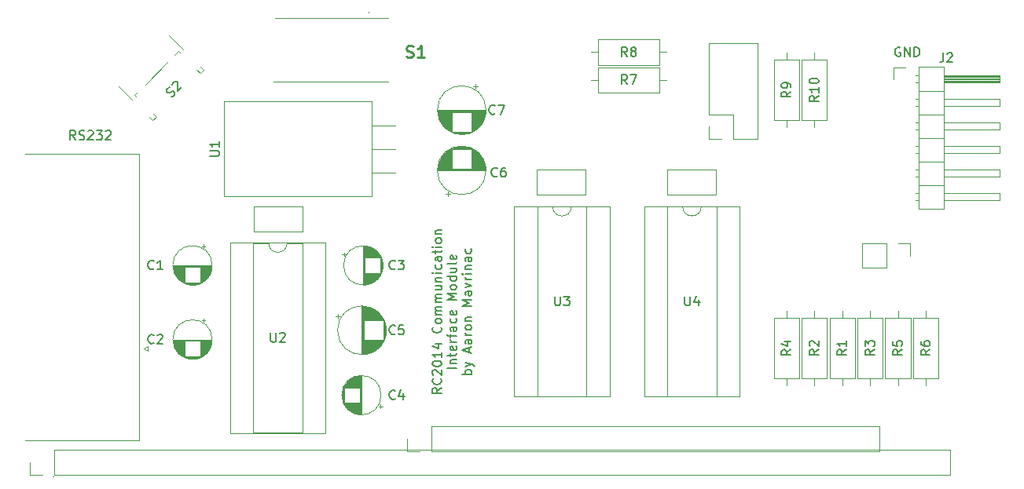
<source format=gto>
G04 #@! TF.GenerationSoftware,KiCad,Pcbnew,7.0.11+dfsg-1build4*
G04 #@! TF.CreationDate,2025-06-10T17:17:13-04:00*
G04 #@! TF.ProjectId,comm-interface,636f6d6d-2d69-46e7-9465-72666163652e,rev?*
G04 #@! TF.SameCoordinates,Original*
G04 #@! TF.FileFunction,Legend,Top*
G04 #@! TF.FilePolarity,Positive*
%FSLAX46Y46*%
G04 Gerber Fmt 4.6, Leading zero omitted, Abs format (unit mm)*
G04 Created by KiCad (PCBNEW 7.0.11+dfsg-1build4) date 2025-06-10 17:17:13*
%MOMM*%
%LPD*%
G01*
G04 APERTURE LIST*
%ADD10C,0.150000*%
%ADD11C,0.200000*%
%ADD12C,0.254000*%
%ADD13C,0.120000*%
%ADD14C,0.100000*%
%ADD15O,3.500000X3.500000*%
%ADD16R,2.000000X1.905000*%
%ADD17O,2.000000X1.905000*%
%ADD18R,1.200000X1.200000*%
%ADD19C,1.200000*%
%ADD20C,1.800000*%
%ADD21C,1.300000*%
%ADD22C,1.600000*%
%ADD23O,1.600000X1.600000*%
%ADD24R,1.700000X1.700000*%
%ADD25O,1.700000X1.700000*%
%ADD26R,1.600000X1.600000*%
%ADD27C,2.100000*%
%ADD28C,1.750000*%
%ADD29C,4.000000*%
G04 APERTURE END LIST*
D10*
X105404761Y-63454819D02*
X105071428Y-62978628D01*
X104833333Y-63454819D02*
X104833333Y-62454819D01*
X104833333Y-62454819D02*
X105214285Y-62454819D01*
X105214285Y-62454819D02*
X105309523Y-62502438D01*
X105309523Y-62502438D02*
X105357142Y-62550057D01*
X105357142Y-62550057D02*
X105404761Y-62645295D01*
X105404761Y-62645295D02*
X105404761Y-62788152D01*
X105404761Y-62788152D02*
X105357142Y-62883390D01*
X105357142Y-62883390D02*
X105309523Y-62931009D01*
X105309523Y-62931009D02*
X105214285Y-62978628D01*
X105214285Y-62978628D02*
X104833333Y-62978628D01*
X105785714Y-63407200D02*
X105928571Y-63454819D01*
X105928571Y-63454819D02*
X106166666Y-63454819D01*
X106166666Y-63454819D02*
X106261904Y-63407200D01*
X106261904Y-63407200D02*
X106309523Y-63359580D01*
X106309523Y-63359580D02*
X106357142Y-63264342D01*
X106357142Y-63264342D02*
X106357142Y-63169104D01*
X106357142Y-63169104D02*
X106309523Y-63073866D01*
X106309523Y-63073866D02*
X106261904Y-63026247D01*
X106261904Y-63026247D02*
X106166666Y-62978628D01*
X106166666Y-62978628D02*
X105976190Y-62931009D01*
X105976190Y-62931009D02*
X105880952Y-62883390D01*
X105880952Y-62883390D02*
X105833333Y-62835771D01*
X105833333Y-62835771D02*
X105785714Y-62740533D01*
X105785714Y-62740533D02*
X105785714Y-62645295D01*
X105785714Y-62645295D02*
X105833333Y-62550057D01*
X105833333Y-62550057D02*
X105880952Y-62502438D01*
X105880952Y-62502438D02*
X105976190Y-62454819D01*
X105976190Y-62454819D02*
X106214285Y-62454819D01*
X106214285Y-62454819D02*
X106357142Y-62502438D01*
X106738095Y-62550057D02*
X106785714Y-62502438D01*
X106785714Y-62502438D02*
X106880952Y-62454819D01*
X106880952Y-62454819D02*
X107119047Y-62454819D01*
X107119047Y-62454819D02*
X107214285Y-62502438D01*
X107214285Y-62502438D02*
X107261904Y-62550057D01*
X107261904Y-62550057D02*
X107309523Y-62645295D01*
X107309523Y-62645295D02*
X107309523Y-62740533D01*
X107309523Y-62740533D02*
X107261904Y-62883390D01*
X107261904Y-62883390D02*
X106690476Y-63454819D01*
X106690476Y-63454819D02*
X107309523Y-63454819D01*
X107642857Y-62454819D02*
X108261904Y-62454819D01*
X108261904Y-62454819D02*
X107928571Y-62835771D01*
X107928571Y-62835771D02*
X108071428Y-62835771D01*
X108071428Y-62835771D02*
X108166666Y-62883390D01*
X108166666Y-62883390D02*
X108214285Y-62931009D01*
X108214285Y-62931009D02*
X108261904Y-63026247D01*
X108261904Y-63026247D02*
X108261904Y-63264342D01*
X108261904Y-63264342D02*
X108214285Y-63359580D01*
X108214285Y-63359580D02*
X108166666Y-63407200D01*
X108166666Y-63407200D02*
X108071428Y-63454819D01*
X108071428Y-63454819D02*
X107785714Y-63454819D01*
X107785714Y-63454819D02*
X107690476Y-63407200D01*
X107690476Y-63407200D02*
X107642857Y-63359580D01*
X108642857Y-62550057D02*
X108690476Y-62502438D01*
X108690476Y-62502438D02*
X108785714Y-62454819D01*
X108785714Y-62454819D02*
X109023809Y-62454819D01*
X109023809Y-62454819D02*
X109119047Y-62502438D01*
X109119047Y-62502438D02*
X109166666Y-62550057D01*
X109166666Y-62550057D02*
X109214285Y-62645295D01*
X109214285Y-62645295D02*
X109214285Y-62740533D01*
X109214285Y-62740533D02*
X109166666Y-62883390D01*
X109166666Y-62883390D02*
X108595238Y-63454819D01*
X108595238Y-63454819D02*
X109214285Y-63454819D01*
X144844819Y-90214285D02*
X144368628Y-90547618D01*
X144844819Y-90785713D02*
X143844819Y-90785713D01*
X143844819Y-90785713D02*
X143844819Y-90404761D01*
X143844819Y-90404761D02*
X143892438Y-90309523D01*
X143892438Y-90309523D02*
X143940057Y-90261904D01*
X143940057Y-90261904D02*
X144035295Y-90214285D01*
X144035295Y-90214285D02*
X144178152Y-90214285D01*
X144178152Y-90214285D02*
X144273390Y-90261904D01*
X144273390Y-90261904D02*
X144321009Y-90309523D01*
X144321009Y-90309523D02*
X144368628Y-90404761D01*
X144368628Y-90404761D02*
X144368628Y-90785713D01*
X144749580Y-89214285D02*
X144797200Y-89261904D01*
X144797200Y-89261904D02*
X144844819Y-89404761D01*
X144844819Y-89404761D02*
X144844819Y-89499999D01*
X144844819Y-89499999D02*
X144797200Y-89642856D01*
X144797200Y-89642856D02*
X144701961Y-89738094D01*
X144701961Y-89738094D02*
X144606723Y-89785713D01*
X144606723Y-89785713D02*
X144416247Y-89833332D01*
X144416247Y-89833332D02*
X144273390Y-89833332D01*
X144273390Y-89833332D02*
X144082914Y-89785713D01*
X144082914Y-89785713D02*
X143987676Y-89738094D01*
X143987676Y-89738094D02*
X143892438Y-89642856D01*
X143892438Y-89642856D02*
X143844819Y-89499999D01*
X143844819Y-89499999D02*
X143844819Y-89404761D01*
X143844819Y-89404761D02*
X143892438Y-89261904D01*
X143892438Y-89261904D02*
X143940057Y-89214285D01*
X143940057Y-88833332D02*
X143892438Y-88785713D01*
X143892438Y-88785713D02*
X143844819Y-88690475D01*
X143844819Y-88690475D02*
X143844819Y-88452380D01*
X143844819Y-88452380D02*
X143892438Y-88357142D01*
X143892438Y-88357142D02*
X143940057Y-88309523D01*
X143940057Y-88309523D02*
X144035295Y-88261904D01*
X144035295Y-88261904D02*
X144130533Y-88261904D01*
X144130533Y-88261904D02*
X144273390Y-88309523D01*
X144273390Y-88309523D02*
X144844819Y-88880951D01*
X144844819Y-88880951D02*
X144844819Y-88261904D01*
X143844819Y-87642856D02*
X143844819Y-87547618D01*
X143844819Y-87547618D02*
X143892438Y-87452380D01*
X143892438Y-87452380D02*
X143940057Y-87404761D01*
X143940057Y-87404761D02*
X144035295Y-87357142D01*
X144035295Y-87357142D02*
X144225771Y-87309523D01*
X144225771Y-87309523D02*
X144463866Y-87309523D01*
X144463866Y-87309523D02*
X144654342Y-87357142D01*
X144654342Y-87357142D02*
X144749580Y-87404761D01*
X144749580Y-87404761D02*
X144797200Y-87452380D01*
X144797200Y-87452380D02*
X144844819Y-87547618D01*
X144844819Y-87547618D02*
X144844819Y-87642856D01*
X144844819Y-87642856D02*
X144797200Y-87738094D01*
X144797200Y-87738094D02*
X144749580Y-87785713D01*
X144749580Y-87785713D02*
X144654342Y-87833332D01*
X144654342Y-87833332D02*
X144463866Y-87880951D01*
X144463866Y-87880951D02*
X144225771Y-87880951D01*
X144225771Y-87880951D02*
X144035295Y-87833332D01*
X144035295Y-87833332D02*
X143940057Y-87785713D01*
X143940057Y-87785713D02*
X143892438Y-87738094D01*
X143892438Y-87738094D02*
X143844819Y-87642856D01*
X144844819Y-86357142D02*
X144844819Y-86928570D01*
X144844819Y-86642856D02*
X143844819Y-86642856D01*
X143844819Y-86642856D02*
X143987676Y-86738094D01*
X143987676Y-86738094D02*
X144082914Y-86833332D01*
X144082914Y-86833332D02*
X144130533Y-86928570D01*
X144178152Y-85499999D02*
X144844819Y-85499999D01*
X143797200Y-85738094D02*
X144511485Y-85976189D01*
X144511485Y-85976189D02*
X144511485Y-85357142D01*
X144749580Y-83642856D02*
X144797200Y-83690475D01*
X144797200Y-83690475D02*
X144844819Y-83833332D01*
X144844819Y-83833332D02*
X144844819Y-83928570D01*
X144844819Y-83928570D02*
X144797200Y-84071427D01*
X144797200Y-84071427D02*
X144701961Y-84166665D01*
X144701961Y-84166665D02*
X144606723Y-84214284D01*
X144606723Y-84214284D02*
X144416247Y-84261903D01*
X144416247Y-84261903D02*
X144273390Y-84261903D01*
X144273390Y-84261903D02*
X144082914Y-84214284D01*
X144082914Y-84214284D02*
X143987676Y-84166665D01*
X143987676Y-84166665D02*
X143892438Y-84071427D01*
X143892438Y-84071427D02*
X143844819Y-83928570D01*
X143844819Y-83928570D02*
X143844819Y-83833332D01*
X143844819Y-83833332D02*
X143892438Y-83690475D01*
X143892438Y-83690475D02*
X143940057Y-83642856D01*
X144844819Y-83071427D02*
X144797200Y-83166665D01*
X144797200Y-83166665D02*
X144749580Y-83214284D01*
X144749580Y-83214284D02*
X144654342Y-83261903D01*
X144654342Y-83261903D02*
X144368628Y-83261903D01*
X144368628Y-83261903D02*
X144273390Y-83214284D01*
X144273390Y-83214284D02*
X144225771Y-83166665D01*
X144225771Y-83166665D02*
X144178152Y-83071427D01*
X144178152Y-83071427D02*
X144178152Y-82928570D01*
X144178152Y-82928570D02*
X144225771Y-82833332D01*
X144225771Y-82833332D02*
X144273390Y-82785713D01*
X144273390Y-82785713D02*
X144368628Y-82738094D01*
X144368628Y-82738094D02*
X144654342Y-82738094D01*
X144654342Y-82738094D02*
X144749580Y-82785713D01*
X144749580Y-82785713D02*
X144797200Y-82833332D01*
X144797200Y-82833332D02*
X144844819Y-82928570D01*
X144844819Y-82928570D02*
X144844819Y-83071427D01*
X144844819Y-82309522D02*
X144178152Y-82309522D01*
X144273390Y-82309522D02*
X144225771Y-82261903D01*
X144225771Y-82261903D02*
X144178152Y-82166665D01*
X144178152Y-82166665D02*
X144178152Y-82023808D01*
X144178152Y-82023808D02*
X144225771Y-81928570D01*
X144225771Y-81928570D02*
X144321009Y-81880951D01*
X144321009Y-81880951D02*
X144844819Y-81880951D01*
X144321009Y-81880951D02*
X144225771Y-81833332D01*
X144225771Y-81833332D02*
X144178152Y-81738094D01*
X144178152Y-81738094D02*
X144178152Y-81595237D01*
X144178152Y-81595237D02*
X144225771Y-81499998D01*
X144225771Y-81499998D02*
X144321009Y-81452379D01*
X144321009Y-81452379D02*
X144844819Y-81452379D01*
X144844819Y-80976189D02*
X144178152Y-80976189D01*
X144273390Y-80976189D02*
X144225771Y-80928570D01*
X144225771Y-80928570D02*
X144178152Y-80833332D01*
X144178152Y-80833332D02*
X144178152Y-80690475D01*
X144178152Y-80690475D02*
X144225771Y-80595237D01*
X144225771Y-80595237D02*
X144321009Y-80547618D01*
X144321009Y-80547618D02*
X144844819Y-80547618D01*
X144321009Y-80547618D02*
X144225771Y-80499999D01*
X144225771Y-80499999D02*
X144178152Y-80404761D01*
X144178152Y-80404761D02*
X144178152Y-80261904D01*
X144178152Y-80261904D02*
X144225771Y-80166665D01*
X144225771Y-80166665D02*
X144321009Y-80119046D01*
X144321009Y-80119046D02*
X144844819Y-80119046D01*
X144178152Y-79214285D02*
X144844819Y-79214285D01*
X144178152Y-79642856D02*
X144701961Y-79642856D01*
X144701961Y-79642856D02*
X144797200Y-79595237D01*
X144797200Y-79595237D02*
X144844819Y-79499999D01*
X144844819Y-79499999D02*
X144844819Y-79357142D01*
X144844819Y-79357142D02*
X144797200Y-79261904D01*
X144797200Y-79261904D02*
X144749580Y-79214285D01*
X144178152Y-78738094D02*
X144844819Y-78738094D01*
X144273390Y-78738094D02*
X144225771Y-78690475D01*
X144225771Y-78690475D02*
X144178152Y-78595237D01*
X144178152Y-78595237D02*
X144178152Y-78452380D01*
X144178152Y-78452380D02*
X144225771Y-78357142D01*
X144225771Y-78357142D02*
X144321009Y-78309523D01*
X144321009Y-78309523D02*
X144844819Y-78309523D01*
X144844819Y-77833332D02*
X144178152Y-77833332D01*
X143844819Y-77833332D02*
X143892438Y-77880951D01*
X143892438Y-77880951D02*
X143940057Y-77833332D01*
X143940057Y-77833332D02*
X143892438Y-77785713D01*
X143892438Y-77785713D02*
X143844819Y-77833332D01*
X143844819Y-77833332D02*
X143940057Y-77833332D01*
X144797200Y-76928571D02*
X144844819Y-77023809D01*
X144844819Y-77023809D02*
X144844819Y-77214285D01*
X144844819Y-77214285D02*
X144797200Y-77309523D01*
X144797200Y-77309523D02*
X144749580Y-77357142D01*
X144749580Y-77357142D02*
X144654342Y-77404761D01*
X144654342Y-77404761D02*
X144368628Y-77404761D01*
X144368628Y-77404761D02*
X144273390Y-77357142D01*
X144273390Y-77357142D02*
X144225771Y-77309523D01*
X144225771Y-77309523D02*
X144178152Y-77214285D01*
X144178152Y-77214285D02*
X144178152Y-77023809D01*
X144178152Y-77023809D02*
X144225771Y-76928571D01*
X144844819Y-76071428D02*
X144321009Y-76071428D01*
X144321009Y-76071428D02*
X144225771Y-76119047D01*
X144225771Y-76119047D02*
X144178152Y-76214285D01*
X144178152Y-76214285D02*
X144178152Y-76404761D01*
X144178152Y-76404761D02*
X144225771Y-76499999D01*
X144797200Y-76071428D02*
X144844819Y-76166666D01*
X144844819Y-76166666D02*
X144844819Y-76404761D01*
X144844819Y-76404761D02*
X144797200Y-76499999D01*
X144797200Y-76499999D02*
X144701961Y-76547618D01*
X144701961Y-76547618D02*
X144606723Y-76547618D01*
X144606723Y-76547618D02*
X144511485Y-76499999D01*
X144511485Y-76499999D02*
X144463866Y-76404761D01*
X144463866Y-76404761D02*
X144463866Y-76166666D01*
X144463866Y-76166666D02*
X144416247Y-76071428D01*
X144178152Y-75738094D02*
X144178152Y-75357142D01*
X143844819Y-75595237D02*
X144701961Y-75595237D01*
X144701961Y-75595237D02*
X144797200Y-75547618D01*
X144797200Y-75547618D02*
X144844819Y-75452380D01*
X144844819Y-75452380D02*
X144844819Y-75357142D01*
X144844819Y-75023808D02*
X144178152Y-75023808D01*
X143844819Y-75023808D02*
X143892438Y-75071427D01*
X143892438Y-75071427D02*
X143940057Y-75023808D01*
X143940057Y-75023808D02*
X143892438Y-74976189D01*
X143892438Y-74976189D02*
X143844819Y-75023808D01*
X143844819Y-75023808D02*
X143940057Y-75023808D01*
X144844819Y-74404761D02*
X144797200Y-74499999D01*
X144797200Y-74499999D02*
X144749580Y-74547618D01*
X144749580Y-74547618D02*
X144654342Y-74595237D01*
X144654342Y-74595237D02*
X144368628Y-74595237D01*
X144368628Y-74595237D02*
X144273390Y-74547618D01*
X144273390Y-74547618D02*
X144225771Y-74499999D01*
X144225771Y-74499999D02*
X144178152Y-74404761D01*
X144178152Y-74404761D02*
X144178152Y-74261904D01*
X144178152Y-74261904D02*
X144225771Y-74166666D01*
X144225771Y-74166666D02*
X144273390Y-74119047D01*
X144273390Y-74119047D02*
X144368628Y-74071428D01*
X144368628Y-74071428D02*
X144654342Y-74071428D01*
X144654342Y-74071428D02*
X144749580Y-74119047D01*
X144749580Y-74119047D02*
X144797200Y-74166666D01*
X144797200Y-74166666D02*
X144844819Y-74261904D01*
X144844819Y-74261904D02*
X144844819Y-74404761D01*
X144178152Y-73642856D02*
X144844819Y-73642856D01*
X144273390Y-73642856D02*
X144225771Y-73595237D01*
X144225771Y-73595237D02*
X144178152Y-73499999D01*
X144178152Y-73499999D02*
X144178152Y-73357142D01*
X144178152Y-73357142D02*
X144225771Y-73261904D01*
X144225771Y-73261904D02*
X144321009Y-73214285D01*
X144321009Y-73214285D02*
X144844819Y-73214285D01*
X146454819Y-88071429D02*
X145454819Y-88071429D01*
X145788152Y-87595239D02*
X146454819Y-87595239D01*
X145883390Y-87595239D02*
X145835771Y-87547620D01*
X145835771Y-87547620D02*
X145788152Y-87452382D01*
X145788152Y-87452382D02*
X145788152Y-87309525D01*
X145788152Y-87309525D02*
X145835771Y-87214287D01*
X145835771Y-87214287D02*
X145931009Y-87166668D01*
X145931009Y-87166668D02*
X146454819Y-87166668D01*
X145788152Y-86833334D02*
X145788152Y-86452382D01*
X145454819Y-86690477D02*
X146311961Y-86690477D01*
X146311961Y-86690477D02*
X146407200Y-86642858D01*
X146407200Y-86642858D02*
X146454819Y-86547620D01*
X146454819Y-86547620D02*
X146454819Y-86452382D01*
X146407200Y-85738096D02*
X146454819Y-85833334D01*
X146454819Y-85833334D02*
X146454819Y-86023810D01*
X146454819Y-86023810D02*
X146407200Y-86119048D01*
X146407200Y-86119048D02*
X146311961Y-86166667D01*
X146311961Y-86166667D02*
X145931009Y-86166667D01*
X145931009Y-86166667D02*
X145835771Y-86119048D01*
X145835771Y-86119048D02*
X145788152Y-86023810D01*
X145788152Y-86023810D02*
X145788152Y-85833334D01*
X145788152Y-85833334D02*
X145835771Y-85738096D01*
X145835771Y-85738096D02*
X145931009Y-85690477D01*
X145931009Y-85690477D02*
X146026247Y-85690477D01*
X146026247Y-85690477D02*
X146121485Y-86166667D01*
X146454819Y-85261905D02*
X145788152Y-85261905D01*
X145978628Y-85261905D02*
X145883390Y-85214286D01*
X145883390Y-85214286D02*
X145835771Y-85166667D01*
X145835771Y-85166667D02*
X145788152Y-85071429D01*
X145788152Y-85071429D02*
X145788152Y-84976191D01*
X145788152Y-84785714D02*
X145788152Y-84404762D01*
X146454819Y-84642857D02*
X145597676Y-84642857D01*
X145597676Y-84642857D02*
X145502438Y-84595238D01*
X145502438Y-84595238D02*
X145454819Y-84500000D01*
X145454819Y-84500000D02*
X145454819Y-84404762D01*
X146454819Y-83642857D02*
X145931009Y-83642857D01*
X145931009Y-83642857D02*
X145835771Y-83690476D01*
X145835771Y-83690476D02*
X145788152Y-83785714D01*
X145788152Y-83785714D02*
X145788152Y-83976190D01*
X145788152Y-83976190D02*
X145835771Y-84071428D01*
X146407200Y-83642857D02*
X146454819Y-83738095D01*
X146454819Y-83738095D02*
X146454819Y-83976190D01*
X146454819Y-83976190D02*
X146407200Y-84071428D01*
X146407200Y-84071428D02*
X146311961Y-84119047D01*
X146311961Y-84119047D02*
X146216723Y-84119047D01*
X146216723Y-84119047D02*
X146121485Y-84071428D01*
X146121485Y-84071428D02*
X146073866Y-83976190D01*
X146073866Y-83976190D02*
X146073866Y-83738095D01*
X146073866Y-83738095D02*
X146026247Y-83642857D01*
X146407200Y-82738095D02*
X146454819Y-82833333D01*
X146454819Y-82833333D02*
X146454819Y-83023809D01*
X146454819Y-83023809D02*
X146407200Y-83119047D01*
X146407200Y-83119047D02*
X146359580Y-83166666D01*
X146359580Y-83166666D02*
X146264342Y-83214285D01*
X146264342Y-83214285D02*
X145978628Y-83214285D01*
X145978628Y-83214285D02*
X145883390Y-83166666D01*
X145883390Y-83166666D02*
X145835771Y-83119047D01*
X145835771Y-83119047D02*
X145788152Y-83023809D01*
X145788152Y-83023809D02*
X145788152Y-82833333D01*
X145788152Y-82833333D02*
X145835771Y-82738095D01*
X146407200Y-81928571D02*
X146454819Y-82023809D01*
X146454819Y-82023809D02*
X146454819Y-82214285D01*
X146454819Y-82214285D02*
X146407200Y-82309523D01*
X146407200Y-82309523D02*
X146311961Y-82357142D01*
X146311961Y-82357142D02*
X145931009Y-82357142D01*
X145931009Y-82357142D02*
X145835771Y-82309523D01*
X145835771Y-82309523D02*
X145788152Y-82214285D01*
X145788152Y-82214285D02*
X145788152Y-82023809D01*
X145788152Y-82023809D02*
X145835771Y-81928571D01*
X145835771Y-81928571D02*
X145931009Y-81880952D01*
X145931009Y-81880952D02*
X146026247Y-81880952D01*
X146026247Y-81880952D02*
X146121485Y-82357142D01*
X146454819Y-80690475D02*
X145454819Y-80690475D01*
X145454819Y-80690475D02*
X146169104Y-80357142D01*
X146169104Y-80357142D02*
X145454819Y-80023809D01*
X145454819Y-80023809D02*
X146454819Y-80023809D01*
X146454819Y-79404761D02*
X146407200Y-79499999D01*
X146407200Y-79499999D02*
X146359580Y-79547618D01*
X146359580Y-79547618D02*
X146264342Y-79595237D01*
X146264342Y-79595237D02*
X145978628Y-79595237D01*
X145978628Y-79595237D02*
X145883390Y-79547618D01*
X145883390Y-79547618D02*
X145835771Y-79499999D01*
X145835771Y-79499999D02*
X145788152Y-79404761D01*
X145788152Y-79404761D02*
X145788152Y-79261904D01*
X145788152Y-79261904D02*
X145835771Y-79166666D01*
X145835771Y-79166666D02*
X145883390Y-79119047D01*
X145883390Y-79119047D02*
X145978628Y-79071428D01*
X145978628Y-79071428D02*
X146264342Y-79071428D01*
X146264342Y-79071428D02*
X146359580Y-79119047D01*
X146359580Y-79119047D02*
X146407200Y-79166666D01*
X146407200Y-79166666D02*
X146454819Y-79261904D01*
X146454819Y-79261904D02*
X146454819Y-79404761D01*
X146454819Y-78214285D02*
X145454819Y-78214285D01*
X146407200Y-78214285D02*
X146454819Y-78309523D01*
X146454819Y-78309523D02*
X146454819Y-78499999D01*
X146454819Y-78499999D02*
X146407200Y-78595237D01*
X146407200Y-78595237D02*
X146359580Y-78642856D01*
X146359580Y-78642856D02*
X146264342Y-78690475D01*
X146264342Y-78690475D02*
X145978628Y-78690475D01*
X145978628Y-78690475D02*
X145883390Y-78642856D01*
X145883390Y-78642856D02*
X145835771Y-78595237D01*
X145835771Y-78595237D02*
X145788152Y-78499999D01*
X145788152Y-78499999D02*
X145788152Y-78309523D01*
X145788152Y-78309523D02*
X145835771Y-78214285D01*
X145788152Y-77309523D02*
X146454819Y-77309523D01*
X145788152Y-77738094D02*
X146311961Y-77738094D01*
X146311961Y-77738094D02*
X146407200Y-77690475D01*
X146407200Y-77690475D02*
X146454819Y-77595237D01*
X146454819Y-77595237D02*
X146454819Y-77452380D01*
X146454819Y-77452380D02*
X146407200Y-77357142D01*
X146407200Y-77357142D02*
X146359580Y-77309523D01*
X146454819Y-76690475D02*
X146407200Y-76785713D01*
X146407200Y-76785713D02*
X146311961Y-76833332D01*
X146311961Y-76833332D02*
X145454819Y-76833332D01*
X146407200Y-75928570D02*
X146454819Y-76023808D01*
X146454819Y-76023808D02*
X146454819Y-76214284D01*
X146454819Y-76214284D02*
X146407200Y-76309522D01*
X146407200Y-76309522D02*
X146311961Y-76357141D01*
X146311961Y-76357141D02*
X145931009Y-76357141D01*
X145931009Y-76357141D02*
X145835771Y-76309522D01*
X145835771Y-76309522D02*
X145788152Y-76214284D01*
X145788152Y-76214284D02*
X145788152Y-76023808D01*
X145788152Y-76023808D02*
X145835771Y-75928570D01*
X145835771Y-75928570D02*
X145931009Y-75880951D01*
X145931009Y-75880951D02*
X146026247Y-75880951D01*
X146026247Y-75880951D02*
X146121485Y-76357141D01*
X148064819Y-88738095D02*
X147064819Y-88738095D01*
X147445771Y-88738095D02*
X147398152Y-88642857D01*
X147398152Y-88642857D02*
X147398152Y-88452381D01*
X147398152Y-88452381D02*
X147445771Y-88357143D01*
X147445771Y-88357143D02*
X147493390Y-88309524D01*
X147493390Y-88309524D02*
X147588628Y-88261905D01*
X147588628Y-88261905D02*
X147874342Y-88261905D01*
X147874342Y-88261905D02*
X147969580Y-88309524D01*
X147969580Y-88309524D02*
X148017200Y-88357143D01*
X148017200Y-88357143D02*
X148064819Y-88452381D01*
X148064819Y-88452381D02*
X148064819Y-88642857D01*
X148064819Y-88642857D02*
X148017200Y-88738095D01*
X147398152Y-87928571D02*
X148064819Y-87690476D01*
X147398152Y-87452381D02*
X148064819Y-87690476D01*
X148064819Y-87690476D02*
X148302914Y-87785714D01*
X148302914Y-87785714D02*
X148350533Y-87833333D01*
X148350533Y-87833333D02*
X148398152Y-87928571D01*
X147779104Y-86357142D02*
X147779104Y-85880952D01*
X148064819Y-86452380D02*
X147064819Y-86119047D01*
X147064819Y-86119047D02*
X148064819Y-85785714D01*
X148064819Y-85023809D02*
X147541009Y-85023809D01*
X147541009Y-85023809D02*
X147445771Y-85071428D01*
X147445771Y-85071428D02*
X147398152Y-85166666D01*
X147398152Y-85166666D02*
X147398152Y-85357142D01*
X147398152Y-85357142D02*
X147445771Y-85452380D01*
X148017200Y-85023809D02*
X148064819Y-85119047D01*
X148064819Y-85119047D02*
X148064819Y-85357142D01*
X148064819Y-85357142D02*
X148017200Y-85452380D01*
X148017200Y-85452380D02*
X147921961Y-85499999D01*
X147921961Y-85499999D02*
X147826723Y-85499999D01*
X147826723Y-85499999D02*
X147731485Y-85452380D01*
X147731485Y-85452380D02*
X147683866Y-85357142D01*
X147683866Y-85357142D02*
X147683866Y-85119047D01*
X147683866Y-85119047D02*
X147636247Y-85023809D01*
X148064819Y-84547618D02*
X147398152Y-84547618D01*
X147588628Y-84547618D02*
X147493390Y-84499999D01*
X147493390Y-84499999D02*
X147445771Y-84452380D01*
X147445771Y-84452380D02*
X147398152Y-84357142D01*
X147398152Y-84357142D02*
X147398152Y-84261904D01*
X148064819Y-83785713D02*
X148017200Y-83880951D01*
X148017200Y-83880951D02*
X147969580Y-83928570D01*
X147969580Y-83928570D02*
X147874342Y-83976189D01*
X147874342Y-83976189D02*
X147588628Y-83976189D01*
X147588628Y-83976189D02*
X147493390Y-83928570D01*
X147493390Y-83928570D02*
X147445771Y-83880951D01*
X147445771Y-83880951D02*
X147398152Y-83785713D01*
X147398152Y-83785713D02*
X147398152Y-83642856D01*
X147398152Y-83642856D02*
X147445771Y-83547618D01*
X147445771Y-83547618D02*
X147493390Y-83499999D01*
X147493390Y-83499999D02*
X147588628Y-83452380D01*
X147588628Y-83452380D02*
X147874342Y-83452380D01*
X147874342Y-83452380D02*
X147969580Y-83499999D01*
X147969580Y-83499999D02*
X148017200Y-83547618D01*
X148017200Y-83547618D02*
X148064819Y-83642856D01*
X148064819Y-83642856D02*
X148064819Y-83785713D01*
X147398152Y-83023808D02*
X148064819Y-83023808D01*
X147493390Y-83023808D02*
X147445771Y-82976189D01*
X147445771Y-82976189D02*
X147398152Y-82880951D01*
X147398152Y-82880951D02*
X147398152Y-82738094D01*
X147398152Y-82738094D02*
X147445771Y-82642856D01*
X147445771Y-82642856D02*
X147541009Y-82595237D01*
X147541009Y-82595237D02*
X148064819Y-82595237D01*
X148064819Y-81357141D02*
X147064819Y-81357141D01*
X147064819Y-81357141D02*
X147779104Y-81023808D01*
X147779104Y-81023808D02*
X147064819Y-80690475D01*
X147064819Y-80690475D02*
X148064819Y-80690475D01*
X148064819Y-79785713D02*
X147541009Y-79785713D01*
X147541009Y-79785713D02*
X147445771Y-79833332D01*
X147445771Y-79833332D02*
X147398152Y-79928570D01*
X147398152Y-79928570D02*
X147398152Y-80119046D01*
X147398152Y-80119046D02*
X147445771Y-80214284D01*
X148017200Y-79785713D02*
X148064819Y-79880951D01*
X148064819Y-79880951D02*
X148064819Y-80119046D01*
X148064819Y-80119046D02*
X148017200Y-80214284D01*
X148017200Y-80214284D02*
X147921961Y-80261903D01*
X147921961Y-80261903D02*
X147826723Y-80261903D01*
X147826723Y-80261903D02*
X147731485Y-80214284D01*
X147731485Y-80214284D02*
X147683866Y-80119046D01*
X147683866Y-80119046D02*
X147683866Y-79880951D01*
X147683866Y-79880951D02*
X147636247Y-79785713D01*
X147398152Y-79404760D02*
X148064819Y-79166665D01*
X148064819Y-79166665D02*
X147398152Y-78928570D01*
X148064819Y-78547617D02*
X147398152Y-78547617D01*
X147588628Y-78547617D02*
X147493390Y-78499998D01*
X147493390Y-78499998D02*
X147445771Y-78452379D01*
X147445771Y-78452379D02*
X147398152Y-78357141D01*
X147398152Y-78357141D02*
X147398152Y-78261903D01*
X148064819Y-77928569D02*
X147398152Y-77928569D01*
X147064819Y-77928569D02*
X147112438Y-77976188D01*
X147112438Y-77976188D02*
X147160057Y-77928569D01*
X147160057Y-77928569D02*
X147112438Y-77880950D01*
X147112438Y-77880950D02*
X147064819Y-77928569D01*
X147064819Y-77928569D02*
X147160057Y-77928569D01*
X147398152Y-77452379D02*
X148064819Y-77452379D01*
X147493390Y-77452379D02*
X147445771Y-77404760D01*
X147445771Y-77404760D02*
X147398152Y-77309522D01*
X147398152Y-77309522D02*
X147398152Y-77166665D01*
X147398152Y-77166665D02*
X147445771Y-77071427D01*
X147445771Y-77071427D02*
X147541009Y-77023808D01*
X147541009Y-77023808D02*
X148064819Y-77023808D01*
X148064819Y-76119046D02*
X147541009Y-76119046D01*
X147541009Y-76119046D02*
X147445771Y-76166665D01*
X147445771Y-76166665D02*
X147398152Y-76261903D01*
X147398152Y-76261903D02*
X147398152Y-76452379D01*
X147398152Y-76452379D02*
X147445771Y-76547617D01*
X148017200Y-76119046D02*
X148064819Y-76214284D01*
X148064819Y-76214284D02*
X148064819Y-76452379D01*
X148064819Y-76452379D02*
X148017200Y-76547617D01*
X148017200Y-76547617D02*
X147921961Y-76595236D01*
X147921961Y-76595236D02*
X147826723Y-76595236D01*
X147826723Y-76595236D02*
X147731485Y-76547617D01*
X147731485Y-76547617D02*
X147683866Y-76452379D01*
X147683866Y-76452379D02*
X147683866Y-76214284D01*
X147683866Y-76214284D02*
X147636247Y-76119046D01*
X148017200Y-75214284D02*
X148064819Y-75309522D01*
X148064819Y-75309522D02*
X148064819Y-75499998D01*
X148064819Y-75499998D02*
X148017200Y-75595236D01*
X148017200Y-75595236D02*
X147969580Y-75642855D01*
X147969580Y-75642855D02*
X147874342Y-75690474D01*
X147874342Y-75690474D02*
X147588628Y-75690474D01*
X147588628Y-75690474D02*
X147493390Y-75642855D01*
X147493390Y-75642855D02*
X147445771Y-75595236D01*
X147445771Y-75595236D02*
X147398152Y-75499998D01*
X147398152Y-75499998D02*
X147398152Y-75309522D01*
X147398152Y-75309522D02*
X147445771Y-75214284D01*
D11*
X102997200Y-99766320D02*
X103032760Y-99766320D01*
D10*
X194238095Y-53502438D02*
X194142857Y-53454819D01*
X194142857Y-53454819D02*
X194000000Y-53454819D01*
X194000000Y-53454819D02*
X193857143Y-53502438D01*
X193857143Y-53502438D02*
X193761905Y-53597676D01*
X193761905Y-53597676D02*
X193714286Y-53692914D01*
X193714286Y-53692914D02*
X193666667Y-53883390D01*
X193666667Y-53883390D02*
X193666667Y-54026247D01*
X193666667Y-54026247D02*
X193714286Y-54216723D01*
X193714286Y-54216723D02*
X193761905Y-54311961D01*
X193761905Y-54311961D02*
X193857143Y-54407200D01*
X193857143Y-54407200D02*
X194000000Y-54454819D01*
X194000000Y-54454819D02*
X194095238Y-54454819D01*
X194095238Y-54454819D02*
X194238095Y-54407200D01*
X194238095Y-54407200D02*
X194285714Y-54359580D01*
X194285714Y-54359580D02*
X194285714Y-54026247D01*
X194285714Y-54026247D02*
X194095238Y-54026247D01*
X194714286Y-54454819D02*
X194714286Y-53454819D01*
X194714286Y-53454819D02*
X195285714Y-54454819D01*
X195285714Y-54454819D02*
X195285714Y-53454819D01*
X195761905Y-54454819D02*
X195761905Y-53454819D01*
X195761905Y-53454819D02*
X196000000Y-53454819D01*
X196000000Y-53454819D02*
X196142857Y-53502438D01*
X196142857Y-53502438D02*
X196238095Y-53597676D01*
X196238095Y-53597676D02*
X196285714Y-53692914D01*
X196285714Y-53692914D02*
X196333333Y-53883390D01*
X196333333Y-53883390D02*
X196333333Y-54026247D01*
X196333333Y-54026247D02*
X196285714Y-54216723D01*
X196285714Y-54216723D02*
X196238095Y-54311961D01*
X196238095Y-54311961D02*
X196142857Y-54407200D01*
X196142857Y-54407200D02*
X196000000Y-54454819D01*
X196000000Y-54454819D02*
X195761905Y-54454819D01*
X119874819Y-65221904D02*
X120684342Y-65221904D01*
X120684342Y-65221904D02*
X120779580Y-65174285D01*
X120779580Y-65174285D02*
X120827200Y-65126666D01*
X120827200Y-65126666D02*
X120874819Y-65031428D01*
X120874819Y-65031428D02*
X120874819Y-64840952D01*
X120874819Y-64840952D02*
X120827200Y-64745714D01*
X120827200Y-64745714D02*
X120779580Y-64698095D01*
X120779580Y-64698095D02*
X120684342Y-64650476D01*
X120684342Y-64650476D02*
X119874819Y-64650476D01*
X120874819Y-63650476D02*
X120874819Y-64221904D01*
X120874819Y-63936190D02*
X119874819Y-63936190D01*
X119874819Y-63936190D02*
X120017676Y-64031428D01*
X120017676Y-64031428D02*
X120112914Y-64126666D01*
X120112914Y-64126666D02*
X120160533Y-64221904D01*
X139833333Y-91359580D02*
X139785714Y-91407200D01*
X139785714Y-91407200D02*
X139642857Y-91454819D01*
X139642857Y-91454819D02*
X139547619Y-91454819D01*
X139547619Y-91454819D02*
X139404762Y-91407200D01*
X139404762Y-91407200D02*
X139309524Y-91311961D01*
X139309524Y-91311961D02*
X139261905Y-91216723D01*
X139261905Y-91216723D02*
X139214286Y-91026247D01*
X139214286Y-91026247D02*
X139214286Y-90883390D01*
X139214286Y-90883390D02*
X139261905Y-90692914D01*
X139261905Y-90692914D02*
X139309524Y-90597676D01*
X139309524Y-90597676D02*
X139404762Y-90502438D01*
X139404762Y-90502438D02*
X139547619Y-90454819D01*
X139547619Y-90454819D02*
X139642857Y-90454819D01*
X139642857Y-90454819D02*
X139785714Y-90502438D01*
X139785714Y-90502438D02*
X139833333Y-90550057D01*
X140690476Y-90788152D02*
X140690476Y-91454819D01*
X140452381Y-90407200D02*
X140214286Y-91121485D01*
X140214286Y-91121485D02*
X140833333Y-91121485D01*
X139833333Y-77359580D02*
X139785714Y-77407200D01*
X139785714Y-77407200D02*
X139642857Y-77454819D01*
X139642857Y-77454819D02*
X139547619Y-77454819D01*
X139547619Y-77454819D02*
X139404762Y-77407200D01*
X139404762Y-77407200D02*
X139309524Y-77311961D01*
X139309524Y-77311961D02*
X139261905Y-77216723D01*
X139261905Y-77216723D02*
X139214286Y-77026247D01*
X139214286Y-77026247D02*
X139214286Y-76883390D01*
X139214286Y-76883390D02*
X139261905Y-76692914D01*
X139261905Y-76692914D02*
X139309524Y-76597676D01*
X139309524Y-76597676D02*
X139404762Y-76502438D01*
X139404762Y-76502438D02*
X139547619Y-76454819D01*
X139547619Y-76454819D02*
X139642857Y-76454819D01*
X139642857Y-76454819D02*
X139785714Y-76502438D01*
X139785714Y-76502438D02*
X139833333Y-76550057D01*
X140166667Y-76454819D02*
X140785714Y-76454819D01*
X140785714Y-76454819D02*
X140452381Y-76835771D01*
X140452381Y-76835771D02*
X140595238Y-76835771D01*
X140595238Y-76835771D02*
X140690476Y-76883390D01*
X140690476Y-76883390D02*
X140738095Y-76931009D01*
X140738095Y-76931009D02*
X140785714Y-77026247D01*
X140785714Y-77026247D02*
X140785714Y-77264342D01*
X140785714Y-77264342D02*
X140738095Y-77359580D01*
X140738095Y-77359580D02*
X140690476Y-77407200D01*
X140690476Y-77407200D02*
X140595238Y-77454819D01*
X140595238Y-77454819D02*
X140309524Y-77454819D01*
X140309524Y-77454819D02*
X140214286Y-77407200D01*
X140214286Y-77407200D02*
X140166667Y-77359580D01*
X113833333Y-85359580D02*
X113785714Y-85407200D01*
X113785714Y-85407200D02*
X113642857Y-85454819D01*
X113642857Y-85454819D02*
X113547619Y-85454819D01*
X113547619Y-85454819D02*
X113404762Y-85407200D01*
X113404762Y-85407200D02*
X113309524Y-85311961D01*
X113309524Y-85311961D02*
X113261905Y-85216723D01*
X113261905Y-85216723D02*
X113214286Y-85026247D01*
X113214286Y-85026247D02*
X113214286Y-84883390D01*
X113214286Y-84883390D02*
X113261905Y-84692914D01*
X113261905Y-84692914D02*
X113309524Y-84597676D01*
X113309524Y-84597676D02*
X113404762Y-84502438D01*
X113404762Y-84502438D02*
X113547619Y-84454819D01*
X113547619Y-84454819D02*
X113642857Y-84454819D01*
X113642857Y-84454819D02*
X113785714Y-84502438D01*
X113785714Y-84502438D02*
X113833333Y-84550057D01*
X114214286Y-84550057D02*
X114261905Y-84502438D01*
X114261905Y-84502438D02*
X114357143Y-84454819D01*
X114357143Y-84454819D02*
X114595238Y-84454819D01*
X114595238Y-84454819D02*
X114690476Y-84502438D01*
X114690476Y-84502438D02*
X114738095Y-84550057D01*
X114738095Y-84550057D02*
X114785714Y-84645295D01*
X114785714Y-84645295D02*
X114785714Y-84740533D01*
X114785714Y-84740533D02*
X114738095Y-84883390D01*
X114738095Y-84883390D02*
X114166667Y-85454819D01*
X114166667Y-85454819D02*
X114785714Y-85454819D01*
X113833333Y-77359580D02*
X113785714Y-77407200D01*
X113785714Y-77407200D02*
X113642857Y-77454819D01*
X113642857Y-77454819D02*
X113547619Y-77454819D01*
X113547619Y-77454819D02*
X113404762Y-77407200D01*
X113404762Y-77407200D02*
X113309524Y-77311961D01*
X113309524Y-77311961D02*
X113261905Y-77216723D01*
X113261905Y-77216723D02*
X113214286Y-77026247D01*
X113214286Y-77026247D02*
X113214286Y-76883390D01*
X113214286Y-76883390D02*
X113261905Y-76692914D01*
X113261905Y-76692914D02*
X113309524Y-76597676D01*
X113309524Y-76597676D02*
X113404762Y-76502438D01*
X113404762Y-76502438D02*
X113547619Y-76454819D01*
X113547619Y-76454819D02*
X113642857Y-76454819D01*
X113642857Y-76454819D02*
X113785714Y-76502438D01*
X113785714Y-76502438D02*
X113833333Y-76550057D01*
X114785714Y-77454819D02*
X114214286Y-77454819D01*
X114500000Y-77454819D02*
X114500000Y-76454819D01*
X114500000Y-76454819D02*
X114404762Y-76597676D01*
X114404762Y-76597676D02*
X114309524Y-76692914D01*
X114309524Y-76692914D02*
X114214286Y-76740533D01*
D12*
X141032380Y-54513842D02*
X141213809Y-54574318D01*
X141213809Y-54574318D02*
X141516190Y-54574318D01*
X141516190Y-54574318D02*
X141637142Y-54513842D01*
X141637142Y-54513842D02*
X141697618Y-54453365D01*
X141697618Y-54453365D02*
X141758095Y-54332413D01*
X141758095Y-54332413D02*
X141758095Y-54211461D01*
X141758095Y-54211461D02*
X141697618Y-54090508D01*
X141697618Y-54090508D02*
X141637142Y-54030032D01*
X141637142Y-54030032D02*
X141516190Y-53969556D01*
X141516190Y-53969556D02*
X141274285Y-53909080D01*
X141274285Y-53909080D02*
X141153333Y-53848603D01*
X141153333Y-53848603D02*
X141092856Y-53788127D01*
X141092856Y-53788127D02*
X141032380Y-53667175D01*
X141032380Y-53667175D02*
X141032380Y-53546222D01*
X141032380Y-53546222D02*
X141092856Y-53425270D01*
X141092856Y-53425270D02*
X141153333Y-53364794D01*
X141153333Y-53364794D02*
X141274285Y-53304318D01*
X141274285Y-53304318D02*
X141576666Y-53304318D01*
X141576666Y-53304318D02*
X141758095Y-53364794D01*
X142967619Y-54574318D02*
X142241904Y-54574318D01*
X142604761Y-54574318D02*
X142604761Y-53304318D01*
X142604761Y-53304318D02*
X142483809Y-53485746D01*
X142483809Y-53485746D02*
X142362857Y-53606699D01*
X142362857Y-53606699D02*
X142241904Y-53667175D01*
D10*
X182454819Y-86086666D02*
X181978628Y-86419999D01*
X182454819Y-86658094D02*
X181454819Y-86658094D01*
X181454819Y-86658094D02*
X181454819Y-86277142D01*
X181454819Y-86277142D02*
X181502438Y-86181904D01*
X181502438Y-86181904D02*
X181550057Y-86134285D01*
X181550057Y-86134285D02*
X181645295Y-86086666D01*
X181645295Y-86086666D02*
X181788152Y-86086666D01*
X181788152Y-86086666D02*
X181883390Y-86134285D01*
X181883390Y-86134285D02*
X181931009Y-86181904D01*
X181931009Y-86181904D02*
X181978628Y-86277142D01*
X181978628Y-86277142D02*
X181978628Y-86658094D01*
X181788152Y-85229523D02*
X182454819Y-85229523D01*
X181407200Y-85467618D02*
X182121485Y-85705713D01*
X182121485Y-85705713D02*
X182121485Y-85086666D01*
X194454819Y-86086666D02*
X193978628Y-86419999D01*
X194454819Y-86658094D02*
X193454819Y-86658094D01*
X193454819Y-86658094D02*
X193454819Y-86277142D01*
X193454819Y-86277142D02*
X193502438Y-86181904D01*
X193502438Y-86181904D02*
X193550057Y-86134285D01*
X193550057Y-86134285D02*
X193645295Y-86086666D01*
X193645295Y-86086666D02*
X193788152Y-86086666D01*
X193788152Y-86086666D02*
X193883390Y-86134285D01*
X193883390Y-86134285D02*
X193931009Y-86181904D01*
X193931009Y-86181904D02*
X193978628Y-86277142D01*
X193978628Y-86277142D02*
X193978628Y-86658094D01*
X193454819Y-85181904D02*
X193454819Y-85658094D01*
X193454819Y-85658094D02*
X193931009Y-85705713D01*
X193931009Y-85705713D02*
X193883390Y-85658094D01*
X193883390Y-85658094D02*
X193835771Y-85562856D01*
X193835771Y-85562856D02*
X193835771Y-85324761D01*
X193835771Y-85324761D02*
X193883390Y-85229523D01*
X193883390Y-85229523D02*
X193931009Y-85181904D01*
X193931009Y-85181904D02*
X194026247Y-85134285D01*
X194026247Y-85134285D02*
X194264342Y-85134285D01*
X194264342Y-85134285D02*
X194359580Y-85181904D01*
X194359580Y-85181904D02*
X194407200Y-85229523D01*
X194407200Y-85229523D02*
X194454819Y-85324761D01*
X194454819Y-85324761D02*
X194454819Y-85562856D01*
X194454819Y-85562856D02*
X194407200Y-85658094D01*
X194407200Y-85658094D02*
X194359580Y-85705713D01*
X198869666Y-54080819D02*
X198869666Y-54795104D01*
X198869666Y-54795104D02*
X198822047Y-54937961D01*
X198822047Y-54937961D02*
X198726809Y-55033200D01*
X198726809Y-55033200D02*
X198583952Y-55080819D01*
X198583952Y-55080819D02*
X198488714Y-55080819D01*
X199298238Y-54176057D02*
X199345857Y-54128438D01*
X199345857Y-54128438D02*
X199441095Y-54080819D01*
X199441095Y-54080819D02*
X199679190Y-54080819D01*
X199679190Y-54080819D02*
X199774428Y-54128438D01*
X199774428Y-54128438D02*
X199822047Y-54176057D01*
X199822047Y-54176057D02*
X199869666Y-54271295D01*
X199869666Y-54271295D02*
X199869666Y-54366533D01*
X199869666Y-54366533D02*
X199822047Y-54509390D01*
X199822047Y-54509390D02*
X199250619Y-55080819D01*
X199250619Y-55080819D02*
X199869666Y-55080819D01*
X150833333Y-67359580D02*
X150785714Y-67407200D01*
X150785714Y-67407200D02*
X150642857Y-67454819D01*
X150642857Y-67454819D02*
X150547619Y-67454819D01*
X150547619Y-67454819D02*
X150404762Y-67407200D01*
X150404762Y-67407200D02*
X150309524Y-67311961D01*
X150309524Y-67311961D02*
X150261905Y-67216723D01*
X150261905Y-67216723D02*
X150214286Y-67026247D01*
X150214286Y-67026247D02*
X150214286Y-66883390D01*
X150214286Y-66883390D02*
X150261905Y-66692914D01*
X150261905Y-66692914D02*
X150309524Y-66597676D01*
X150309524Y-66597676D02*
X150404762Y-66502438D01*
X150404762Y-66502438D02*
X150547619Y-66454819D01*
X150547619Y-66454819D02*
X150642857Y-66454819D01*
X150642857Y-66454819D02*
X150785714Y-66502438D01*
X150785714Y-66502438D02*
X150833333Y-66550057D01*
X151690476Y-66454819D02*
X151500000Y-66454819D01*
X151500000Y-66454819D02*
X151404762Y-66502438D01*
X151404762Y-66502438D02*
X151357143Y-66550057D01*
X151357143Y-66550057D02*
X151261905Y-66692914D01*
X151261905Y-66692914D02*
X151214286Y-66883390D01*
X151214286Y-66883390D02*
X151214286Y-67264342D01*
X151214286Y-67264342D02*
X151261905Y-67359580D01*
X151261905Y-67359580D02*
X151309524Y-67407200D01*
X151309524Y-67407200D02*
X151404762Y-67454819D01*
X151404762Y-67454819D02*
X151595238Y-67454819D01*
X151595238Y-67454819D02*
X151690476Y-67407200D01*
X151690476Y-67407200D02*
X151738095Y-67359580D01*
X151738095Y-67359580D02*
X151785714Y-67264342D01*
X151785714Y-67264342D02*
X151785714Y-67026247D01*
X151785714Y-67026247D02*
X151738095Y-66931009D01*
X151738095Y-66931009D02*
X151690476Y-66883390D01*
X151690476Y-66883390D02*
X151595238Y-66835771D01*
X151595238Y-66835771D02*
X151404762Y-66835771D01*
X151404762Y-66835771D02*
X151309524Y-66883390D01*
X151309524Y-66883390D02*
X151261905Y-66931009D01*
X151261905Y-66931009D02*
X151214286Y-67026247D01*
X185454819Y-86086666D02*
X184978628Y-86419999D01*
X185454819Y-86658094D02*
X184454819Y-86658094D01*
X184454819Y-86658094D02*
X184454819Y-86277142D01*
X184454819Y-86277142D02*
X184502438Y-86181904D01*
X184502438Y-86181904D02*
X184550057Y-86134285D01*
X184550057Y-86134285D02*
X184645295Y-86086666D01*
X184645295Y-86086666D02*
X184788152Y-86086666D01*
X184788152Y-86086666D02*
X184883390Y-86134285D01*
X184883390Y-86134285D02*
X184931009Y-86181904D01*
X184931009Y-86181904D02*
X184978628Y-86277142D01*
X184978628Y-86277142D02*
X184978628Y-86658094D01*
X184550057Y-85705713D02*
X184502438Y-85658094D01*
X184502438Y-85658094D02*
X184454819Y-85562856D01*
X184454819Y-85562856D02*
X184454819Y-85324761D01*
X184454819Y-85324761D02*
X184502438Y-85229523D01*
X184502438Y-85229523D02*
X184550057Y-85181904D01*
X184550057Y-85181904D02*
X184645295Y-85134285D01*
X184645295Y-85134285D02*
X184740533Y-85134285D01*
X184740533Y-85134285D02*
X184883390Y-85181904D01*
X184883390Y-85181904D02*
X185454819Y-85753332D01*
X185454819Y-85753332D02*
X185454819Y-85134285D01*
X188454819Y-86086666D02*
X187978628Y-86419999D01*
X188454819Y-86658094D02*
X187454819Y-86658094D01*
X187454819Y-86658094D02*
X187454819Y-86277142D01*
X187454819Y-86277142D02*
X187502438Y-86181904D01*
X187502438Y-86181904D02*
X187550057Y-86134285D01*
X187550057Y-86134285D02*
X187645295Y-86086666D01*
X187645295Y-86086666D02*
X187788152Y-86086666D01*
X187788152Y-86086666D02*
X187883390Y-86134285D01*
X187883390Y-86134285D02*
X187931009Y-86181904D01*
X187931009Y-86181904D02*
X187978628Y-86277142D01*
X187978628Y-86277142D02*
X187978628Y-86658094D01*
X188454819Y-85134285D02*
X188454819Y-85705713D01*
X188454819Y-85419999D02*
X187454819Y-85419999D01*
X187454819Y-85419999D02*
X187597676Y-85515237D01*
X187597676Y-85515237D02*
X187692914Y-85610475D01*
X187692914Y-85610475D02*
X187740533Y-85705713D01*
X115749185Y-58826681D02*
X115883872Y-58759338D01*
X115883872Y-58759338D02*
X116052231Y-58590979D01*
X116052231Y-58590979D02*
X116085903Y-58489964D01*
X116085903Y-58489964D02*
X116085903Y-58422620D01*
X116085903Y-58422620D02*
X116052231Y-58321605D01*
X116052231Y-58321605D02*
X115984888Y-58254262D01*
X115984888Y-58254262D02*
X115883872Y-58220590D01*
X115883872Y-58220590D02*
X115816529Y-58220590D01*
X115816529Y-58220590D02*
X115715514Y-58254262D01*
X115715514Y-58254262D02*
X115547155Y-58355277D01*
X115547155Y-58355277D02*
X115446140Y-58388949D01*
X115446140Y-58388949D02*
X115378796Y-58388949D01*
X115378796Y-58388949D02*
X115277781Y-58355277D01*
X115277781Y-58355277D02*
X115210437Y-58287933D01*
X115210437Y-58287933D02*
X115176766Y-58186918D01*
X115176766Y-58186918D02*
X115176766Y-58119575D01*
X115176766Y-58119575D02*
X115210437Y-58018559D01*
X115210437Y-58018559D02*
X115378796Y-57850201D01*
X115378796Y-57850201D02*
X115513483Y-57782857D01*
X115816529Y-57547155D02*
X115816529Y-57479811D01*
X115816529Y-57479811D02*
X115850201Y-57378796D01*
X115850201Y-57378796D02*
X116018559Y-57210437D01*
X116018559Y-57210437D02*
X116119575Y-57176766D01*
X116119575Y-57176766D02*
X116186918Y-57176766D01*
X116186918Y-57176766D02*
X116287933Y-57210437D01*
X116287933Y-57210437D02*
X116355277Y-57277781D01*
X116355277Y-57277781D02*
X116422620Y-57412468D01*
X116422620Y-57412468D02*
X116422620Y-58220590D01*
X116422620Y-58220590D02*
X116860353Y-57782857D01*
X157048095Y-80344819D02*
X157048095Y-81154342D01*
X157048095Y-81154342D02*
X157095714Y-81249580D01*
X157095714Y-81249580D02*
X157143333Y-81297200D01*
X157143333Y-81297200D02*
X157238571Y-81344819D01*
X157238571Y-81344819D02*
X157429047Y-81344819D01*
X157429047Y-81344819D02*
X157524285Y-81297200D01*
X157524285Y-81297200D02*
X157571904Y-81249580D01*
X157571904Y-81249580D02*
X157619523Y-81154342D01*
X157619523Y-81154342D02*
X157619523Y-80344819D01*
X158000476Y-80344819D02*
X158619523Y-80344819D01*
X158619523Y-80344819D02*
X158286190Y-80725771D01*
X158286190Y-80725771D02*
X158429047Y-80725771D01*
X158429047Y-80725771D02*
X158524285Y-80773390D01*
X158524285Y-80773390D02*
X158571904Y-80821009D01*
X158571904Y-80821009D02*
X158619523Y-80916247D01*
X158619523Y-80916247D02*
X158619523Y-81154342D01*
X158619523Y-81154342D02*
X158571904Y-81249580D01*
X158571904Y-81249580D02*
X158524285Y-81297200D01*
X158524285Y-81297200D02*
X158429047Y-81344819D01*
X158429047Y-81344819D02*
X158143333Y-81344819D01*
X158143333Y-81344819D02*
X158048095Y-81297200D01*
X158048095Y-81297200D02*
X158000476Y-81249580D01*
X164833333Y-54454819D02*
X164500000Y-53978628D01*
X164261905Y-54454819D02*
X164261905Y-53454819D01*
X164261905Y-53454819D02*
X164642857Y-53454819D01*
X164642857Y-53454819D02*
X164738095Y-53502438D01*
X164738095Y-53502438D02*
X164785714Y-53550057D01*
X164785714Y-53550057D02*
X164833333Y-53645295D01*
X164833333Y-53645295D02*
X164833333Y-53788152D01*
X164833333Y-53788152D02*
X164785714Y-53883390D01*
X164785714Y-53883390D02*
X164738095Y-53931009D01*
X164738095Y-53931009D02*
X164642857Y-53978628D01*
X164642857Y-53978628D02*
X164261905Y-53978628D01*
X165404762Y-53883390D02*
X165309524Y-53835771D01*
X165309524Y-53835771D02*
X165261905Y-53788152D01*
X165261905Y-53788152D02*
X165214286Y-53692914D01*
X165214286Y-53692914D02*
X165214286Y-53645295D01*
X165214286Y-53645295D02*
X165261905Y-53550057D01*
X165261905Y-53550057D02*
X165309524Y-53502438D01*
X165309524Y-53502438D02*
X165404762Y-53454819D01*
X165404762Y-53454819D02*
X165595238Y-53454819D01*
X165595238Y-53454819D02*
X165690476Y-53502438D01*
X165690476Y-53502438D02*
X165738095Y-53550057D01*
X165738095Y-53550057D02*
X165785714Y-53645295D01*
X165785714Y-53645295D02*
X165785714Y-53692914D01*
X165785714Y-53692914D02*
X165738095Y-53788152D01*
X165738095Y-53788152D02*
X165690476Y-53835771D01*
X165690476Y-53835771D02*
X165595238Y-53883390D01*
X165595238Y-53883390D02*
X165404762Y-53883390D01*
X165404762Y-53883390D02*
X165309524Y-53931009D01*
X165309524Y-53931009D02*
X165261905Y-53978628D01*
X165261905Y-53978628D02*
X165214286Y-54073866D01*
X165214286Y-54073866D02*
X165214286Y-54264342D01*
X165214286Y-54264342D02*
X165261905Y-54359580D01*
X165261905Y-54359580D02*
X165309524Y-54407200D01*
X165309524Y-54407200D02*
X165404762Y-54454819D01*
X165404762Y-54454819D02*
X165595238Y-54454819D01*
X165595238Y-54454819D02*
X165690476Y-54407200D01*
X165690476Y-54407200D02*
X165738095Y-54359580D01*
X165738095Y-54359580D02*
X165785714Y-54264342D01*
X165785714Y-54264342D02*
X165785714Y-54073866D01*
X165785714Y-54073866D02*
X165738095Y-53978628D01*
X165738095Y-53978628D02*
X165690476Y-53931009D01*
X165690476Y-53931009D02*
X165595238Y-53883390D01*
X164833333Y-57454819D02*
X164500000Y-56978628D01*
X164261905Y-57454819D02*
X164261905Y-56454819D01*
X164261905Y-56454819D02*
X164642857Y-56454819D01*
X164642857Y-56454819D02*
X164738095Y-56502438D01*
X164738095Y-56502438D02*
X164785714Y-56550057D01*
X164785714Y-56550057D02*
X164833333Y-56645295D01*
X164833333Y-56645295D02*
X164833333Y-56788152D01*
X164833333Y-56788152D02*
X164785714Y-56883390D01*
X164785714Y-56883390D02*
X164738095Y-56931009D01*
X164738095Y-56931009D02*
X164642857Y-56978628D01*
X164642857Y-56978628D02*
X164261905Y-56978628D01*
X165166667Y-56454819D02*
X165833333Y-56454819D01*
X165833333Y-56454819D02*
X165404762Y-57454819D01*
X150583333Y-60609580D02*
X150535714Y-60657200D01*
X150535714Y-60657200D02*
X150392857Y-60704819D01*
X150392857Y-60704819D02*
X150297619Y-60704819D01*
X150297619Y-60704819D02*
X150154762Y-60657200D01*
X150154762Y-60657200D02*
X150059524Y-60561961D01*
X150059524Y-60561961D02*
X150011905Y-60466723D01*
X150011905Y-60466723D02*
X149964286Y-60276247D01*
X149964286Y-60276247D02*
X149964286Y-60133390D01*
X149964286Y-60133390D02*
X150011905Y-59942914D01*
X150011905Y-59942914D02*
X150059524Y-59847676D01*
X150059524Y-59847676D02*
X150154762Y-59752438D01*
X150154762Y-59752438D02*
X150297619Y-59704819D01*
X150297619Y-59704819D02*
X150392857Y-59704819D01*
X150392857Y-59704819D02*
X150535714Y-59752438D01*
X150535714Y-59752438D02*
X150583333Y-59800057D01*
X150916667Y-59704819D02*
X151583333Y-59704819D01*
X151583333Y-59704819D02*
X151154762Y-60704819D01*
X182454819Y-58246666D02*
X181978628Y-58579999D01*
X182454819Y-58818094D02*
X181454819Y-58818094D01*
X181454819Y-58818094D02*
X181454819Y-58437142D01*
X181454819Y-58437142D02*
X181502438Y-58341904D01*
X181502438Y-58341904D02*
X181550057Y-58294285D01*
X181550057Y-58294285D02*
X181645295Y-58246666D01*
X181645295Y-58246666D02*
X181788152Y-58246666D01*
X181788152Y-58246666D02*
X181883390Y-58294285D01*
X181883390Y-58294285D02*
X181931009Y-58341904D01*
X181931009Y-58341904D02*
X181978628Y-58437142D01*
X181978628Y-58437142D02*
X181978628Y-58818094D01*
X182454819Y-57770475D02*
X182454819Y-57579999D01*
X182454819Y-57579999D02*
X182407200Y-57484761D01*
X182407200Y-57484761D02*
X182359580Y-57437142D01*
X182359580Y-57437142D02*
X182216723Y-57341904D01*
X182216723Y-57341904D02*
X182026247Y-57294285D01*
X182026247Y-57294285D02*
X181645295Y-57294285D01*
X181645295Y-57294285D02*
X181550057Y-57341904D01*
X181550057Y-57341904D02*
X181502438Y-57389523D01*
X181502438Y-57389523D02*
X181454819Y-57484761D01*
X181454819Y-57484761D02*
X181454819Y-57675237D01*
X181454819Y-57675237D02*
X181502438Y-57770475D01*
X181502438Y-57770475D02*
X181550057Y-57818094D01*
X181550057Y-57818094D02*
X181645295Y-57865713D01*
X181645295Y-57865713D02*
X181883390Y-57865713D01*
X181883390Y-57865713D02*
X181978628Y-57818094D01*
X181978628Y-57818094D02*
X182026247Y-57770475D01*
X182026247Y-57770475D02*
X182073866Y-57675237D01*
X182073866Y-57675237D02*
X182073866Y-57484761D01*
X182073866Y-57484761D02*
X182026247Y-57389523D01*
X182026247Y-57389523D02*
X181978628Y-57341904D01*
X181978628Y-57341904D02*
X181883390Y-57294285D01*
X139833333Y-84359580D02*
X139785714Y-84407200D01*
X139785714Y-84407200D02*
X139642857Y-84454819D01*
X139642857Y-84454819D02*
X139547619Y-84454819D01*
X139547619Y-84454819D02*
X139404762Y-84407200D01*
X139404762Y-84407200D02*
X139309524Y-84311961D01*
X139309524Y-84311961D02*
X139261905Y-84216723D01*
X139261905Y-84216723D02*
X139214286Y-84026247D01*
X139214286Y-84026247D02*
X139214286Y-83883390D01*
X139214286Y-83883390D02*
X139261905Y-83692914D01*
X139261905Y-83692914D02*
X139309524Y-83597676D01*
X139309524Y-83597676D02*
X139404762Y-83502438D01*
X139404762Y-83502438D02*
X139547619Y-83454819D01*
X139547619Y-83454819D02*
X139642857Y-83454819D01*
X139642857Y-83454819D02*
X139785714Y-83502438D01*
X139785714Y-83502438D02*
X139833333Y-83550057D01*
X140738095Y-83454819D02*
X140261905Y-83454819D01*
X140261905Y-83454819D02*
X140214286Y-83931009D01*
X140214286Y-83931009D02*
X140261905Y-83883390D01*
X140261905Y-83883390D02*
X140357143Y-83835771D01*
X140357143Y-83835771D02*
X140595238Y-83835771D01*
X140595238Y-83835771D02*
X140690476Y-83883390D01*
X140690476Y-83883390D02*
X140738095Y-83931009D01*
X140738095Y-83931009D02*
X140785714Y-84026247D01*
X140785714Y-84026247D02*
X140785714Y-84264342D01*
X140785714Y-84264342D02*
X140738095Y-84359580D01*
X140738095Y-84359580D02*
X140690476Y-84407200D01*
X140690476Y-84407200D02*
X140595238Y-84454819D01*
X140595238Y-84454819D02*
X140357143Y-84454819D01*
X140357143Y-84454819D02*
X140261905Y-84407200D01*
X140261905Y-84407200D02*
X140214286Y-84359580D01*
X191454819Y-86086666D02*
X190978628Y-86419999D01*
X191454819Y-86658094D02*
X190454819Y-86658094D01*
X190454819Y-86658094D02*
X190454819Y-86277142D01*
X190454819Y-86277142D02*
X190502438Y-86181904D01*
X190502438Y-86181904D02*
X190550057Y-86134285D01*
X190550057Y-86134285D02*
X190645295Y-86086666D01*
X190645295Y-86086666D02*
X190788152Y-86086666D01*
X190788152Y-86086666D02*
X190883390Y-86134285D01*
X190883390Y-86134285D02*
X190931009Y-86181904D01*
X190931009Y-86181904D02*
X190978628Y-86277142D01*
X190978628Y-86277142D02*
X190978628Y-86658094D01*
X190454819Y-85753332D02*
X190454819Y-85134285D01*
X190454819Y-85134285D02*
X190835771Y-85467618D01*
X190835771Y-85467618D02*
X190835771Y-85324761D01*
X190835771Y-85324761D02*
X190883390Y-85229523D01*
X190883390Y-85229523D02*
X190931009Y-85181904D01*
X190931009Y-85181904D02*
X191026247Y-85134285D01*
X191026247Y-85134285D02*
X191264342Y-85134285D01*
X191264342Y-85134285D02*
X191359580Y-85181904D01*
X191359580Y-85181904D02*
X191407200Y-85229523D01*
X191407200Y-85229523D02*
X191454819Y-85324761D01*
X191454819Y-85324761D02*
X191454819Y-85610475D01*
X191454819Y-85610475D02*
X191407200Y-85705713D01*
X191407200Y-85705713D02*
X191359580Y-85753332D01*
X197454819Y-86086666D02*
X196978628Y-86419999D01*
X197454819Y-86658094D02*
X196454819Y-86658094D01*
X196454819Y-86658094D02*
X196454819Y-86277142D01*
X196454819Y-86277142D02*
X196502438Y-86181904D01*
X196502438Y-86181904D02*
X196550057Y-86134285D01*
X196550057Y-86134285D02*
X196645295Y-86086666D01*
X196645295Y-86086666D02*
X196788152Y-86086666D01*
X196788152Y-86086666D02*
X196883390Y-86134285D01*
X196883390Y-86134285D02*
X196931009Y-86181904D01*
X196931009Y-86181904D02*
X196978628Y-86277142D01*
X196978628Y-86277142D02*
X196978628Y-86658094D01*
X196454819Y-85229523D02*
X196454819Y-85419999D01*
X196454819Y-85419999D02*
X196502438Y-85515237D01*
X196502438Y-85515237D02*
X196550057Y-85562856D01*
X196550057Y-85562856D02*
X196692914Y-85658094D01*
X196692914Y-85658094D02*
X196883390Y-85705713D01*
X196883390Y-85705713D02*
X197264342Y-85705713D01*
X197264342Y-85705713D02*
X197359580Y-85658094D01*
X197359580Y-85658094D02*
X197407200Y-85610475D01*
X197407200Y-85610475D02*
X197454819Y-85515237D01*
X197454819Y-85515237D02*
X197454819Y-85324761D01*
X197454819Y-85324761D02*
X197407200Y-85229523D01*
X197407200Y-85229523D02*
X197359580Y-85181904D01*
X197359580Y-85181904D02*
X197264342Y-85134285D01*
X197264342Y-85134285D02*
X197026247Y-85134285D01*
X197026247Y-85134285D02*
X196931009Y-85181904D01*
X196931009Y-85181904D02*
X196883390Y-85229523D01*
X196883390Y-85229523D02*
X196835771Y-85324761D01*
X196835771Y-85324761D02*
X196835771Y-85515237D01*
X196835771Y-85515237D02*
X196883390Y-85610475D01*
X196883390Y-85610475D02*
X196931009Y-85658094D01*
X196931009Y-85658094D02*
X197026247Y-85705713D01*
X185454819Y-58722857D02*
X184978628Y-59056190D01*
X185454819Y-59294285D02*
X184454819Y-59294285D01*
X184454819Y-59294285D02*
X184454819Y-58913333D01*
X184454819Y-58913333D02*
X184502438Y-58818095D01*
X184502438Y-58818095D02*
X184550057Y-58770476D01*
X184550057Y-58770476D02*
X184645295Y-58722857D01*
X184645295Y-58722857D02*
X184788152Y-58722857D01*
X184788152Y-58722857D02*
X184883390Y-58770476D01*
X184883390Y-58770476D02*
X184931009Y-58818095D01*
X184931009Y-58818095D02*
X184978628Y-58913333D01*
X184978628Y-58913333D02*
X184978628Y-59294285D01*
X185454819Y-57770476D02*
X185454819Y-58341904D01*
X185454819Y-58056190D02*
X184454819Y-58056190D01*
X184454819Y-58056190D02*
X184597676Y-58151428D01*
X184597676Y-58151428D02*
X184692914Y-58246666D01*
X184692914Y-58246666D02*
X184740533Y-58341904D01*
X184454819Y-57151428D02*
X184454819Y-57056190D01*
X184454819Y-57056190D02*
X184502438Y-56960952D01*
X184502438Y-56960952D02*
X184550057Y-56913333D01*
X184550057Y-56913333D02*
X184645295Y-56865714D01*
X184645295Y-56865714D02*
X184835771Y-56818095D01*
X184835771Y-56818095D02*
X185073866Y-56818095D01*
X185073866Y-56818095D02*
X185264342Y-56865714D01*
X185264342Y-56865714D02*
X185359580Y-56913333D01*
X185359580Y-56913333D02*
X185407200Y-56960952D01*
X185407200Y-56960952D02*
X185454819Y-57056190D01*
X185454819Y-57056190D02*
X185454819Y-57151428D01*
X185454819Y-57151428D02*
X185407200Y-57246666D01*
X185407200Y-57246666D02*
X185359580Y-57294285D01*
X185359580Y-57294285D02*
X185264342Y-57341904D01*
X185264342Y-57341904D02*
X185073866Y-57389523D01*
X185073866Y-57389523D02*
X184835771Y-57389523D01*
X184835771Y-57389523D02*
X184645295Y-57341904D01*
X184645295Y-57341904D02*
X184550057Y-57294285D01*
X184550057Y-57294285D02*
X184502438Y-57246666D01*
X184502438Y-57246666D02*
X184454819Y-57151428D01*
X171048095Y-80344819D02*
X171048095Y-81154342D01*
X171048095Y-81154342D02*
X171095714Y-81249580D01*
X171095714Y-81249580D02*
X171143333Y-81297200D01*
X171143333Y-81297200D02*
X171238571Y-81344819D01*
X171238571Y-81344819D02*
X171429047Y-81344819D01*
X171429047Y-81344819D02*
X171524285Y-81297200D01*
X171524285Y-81297200D02*
X171571904Y-81249580D01*
X171571904Y-81249580D02*
X171619523Y-81154342D01*
X171619523Y-81154342D02*
X171619523Y-80344819D01*
X172524285Y-80678152D02*
X172524285Y-81344819D01*
X172286190Y-80297200D02*
X172048095Y-81011485D01*
X172048095Y-81011485D02*
X172667142Y-81011485D01*
X126428095Y-84264819D02*
X126428095Y-85074342D01*
X126428095Y-85074342D02*
X126475714Y-85169580D01*
X126475714Y-85169580D02*
X126523333Y-85217200D01*
X126523333Y-85217200D02*
X126618571Y-85264819D01*
X126618571Y-85264819D02*
X126809047Y-85264819D01*
X126809047Y-85264819D02*
X126904285Y-85217200D01*
X126904285Y-85217200D02*
X126951904Y-85169580D01*
X126951904Y-85169580D02*
X126999523Y-85074342D01*
X126999523Y-85074342D02*
X126999523Y-84264819D01*
X127428095Y-84360057D02*
X127475714Y-84312438D01*
X127475714Y-84312438D02*
X127570952Y-84264819D01*
X127570952Y-84264819D02*
X127809047Y-84264819D01*
X127809047Y-84264819D02*
X127904285Y-84312438D01*
X127904285Y-84312438D02*
X127951904Y-84360057D01*
X127951904Y-84360057D02*
X127999523Y-84455295D01*
X127999523Y-84455295D02*
X127999523Y-84550533D01*
X127999523Y-84550533D02*
X127951904Y-84693390D01*
X127951904Y-84693390D02*
X127380476Y-85264819D01*
X127380476Y-85264819D02*
X127999523Y-85264819D01*
D13*
X121420000Y-69580000D02*
X137310000Y-69580000D01*
X121420000Y-69580000D02*
X121420000Y-59340000D01*
X121420000Y-59340000D02*
X137310000Y-59340000D01*
X137310000Y-69580000D02*
X137310000Y-59340000D01*
X137310000Y-64460000D02*
X139850000Y-64460000D01*
X137310000Y-61920000D02*
X139850000Y-61920000D01*
X137310000Y-67000000D02*
X139850000Y-67000000D01*
X135880000Y-90160000D02*
X135880000Y-88944000D01*
X134599000Y-92351000D02*
X134599000Y-91840000D01*
X134759000Y-92516000D02*
X134759000Y-91840000D01*
X134439000Y-90160000D02*
X134439000Y-89858000D01*
X134639000Y-92396000D02*
X134639000Y-91840000D01*
X134719000Y-92478000D02*
X134719000Y-91840000D01*
X134759000Y-90160000D02*
X134759000Y-89484000D01*
X135920000Y-90160000D02*
X135920000Y-88938000D01*
X135279000Y-90160000D02*
X135279000Y-89130000D01*
X135600000Y-90160000D02*
X135600000Y-89006000D01*
X135760000Y-93034000D02*
X135760000Y-91840000D01*
X134159000Y-91537000D02*
X134159000Y-90463000D01*
X134119000Y-91370000D02*
X134119000Y-90630000D01*
X136120000Y-93079000D02*
X136120000Y-88921000D01*
X136000000Y-93071000D02*
X136000000Y-91840000D01*
X135439000Y-92940000D02*
X135439000Y-91840000D01*
X134319000Y-91940000D02*
X134319000Y-90060000D01*
X134679000Y-92438000D02*
X134679000Y-91840000D01*
X134959000Y-92680000D02*
X134959000Y-91840000D01*
X135520000Y-92968000D02*
X135520000Y-91840000D01*
X135439000Y-90160000D02*
X135439000Y-89060000D01*
X135479000Y-92954000D02*
X135479000Y-91840000D01*
X136080000Y-93077000D02*
X136080000Y-88923000D01*
X136160000Y-93080000D02*
X136160000Y-88920000D01*
X135960000Y-93067000D02*
X135960000Y-91840000D01*
X135239000Y-92851000D02*
X135239000Y-91840000D01*
X134719000Y-90160000D02*
X134719000Y-89522000D01*
X135279000Y-92870000D02*
X135279000Y-91840000D01*
X135720000Y-90160000D02*
X135720000Y-88975000D01*
X135119000Y-90160000D02*
X135119000Y-89215000D01*
X134519000Y-92254000D02*
X134519000Y-91840000D01*
X135039000Y-92735000D02*
X135039000Y-91840000D01*
X134999000Y-90160000D02*
X134999000Y-89292000D01*
X135840000Y-90160000D02*
X135840000Y-88950000D01*
X135640000Y-90160000D02*
X135640000Y-88995000D01*
X135159000Y-90160000D02*
X135159000Y-89192000D01*
X135680000Y-90160000D02*
X135680000Y-88984000D01*
X135560000Y-90160000D02*
X135560000Y-89018000D01*
X134679000Y-90160000D02*
X134679000Y-89562000D01*
X135479000Y-90160000D02*
X135479000Y-89046000D01*
X135359000Y-90160000D02*
X135359000Y-89093000D01*
X134479000Y-90160000D02*
X134479000Y-89800000D01*
X134559000Y-92304000D02*
X134559000Y-91840000D01*
X134799000Y-92552000D02*
X134799000Y-91840000D01*
X134839000Y-90160000D02*
X134839000Y-89413000D01*
X134519000Y-90160000D02*
X134519000Y-89746000D01*
X134359000Y-92013000D02*
X134359000Y-89987000D01*
X134879000Y-92619000D02*
X134879000Y-91840000D01*
X135079000Y-90160000D02*
X135079000Y-89240000D01*
X135079000Y-92760000D02*
X135079000Y-91840000D01*
X134479000Y-92200000D02*
X134479000Y-91840000D01*
X135199000Y-92830000D02*
X135199000Y-91840000D01*
X135319000Y-92889000D02*
X135319000Y-91840000D01*
X135039000Y-90160000D02*
X135039000Y-89265000D01*
X135399000Y-92924000D02*
X135399000Y-91840000D01*
X134559000Y-90160000D02*
X134559000Y-89696000D01*
X135760000Y-90160000D02*
X135760000Y-88966000D01*
X134959000Y-90160000D02*
X134959000Y-89320000D01*
X138469801Y-92195000D02*
X138069801Y-92195000D01*
X135880000Y-93056000D02*
X135880000Y-91840000D01*
X134239000Y-91768000D02*
X134239000Y-90232000D01*
X135560000Y-92982000D02*
X135560000Y-91840000D01*
X138269801Y-92395000D02*
X138269801Y-91995000D01*
X135239000Y-90160000D02*
X135239000Y-89149000D01*
X135159000Y-92808000D02*
X135159000Y-91840000D01*
X135800000Y-93042000D02*
X135800000Y-91840000D01*
X134639000Y-90160000D02*
X134639000Y-89604000D01*
X135119000Y-92785000D02*
X135119000Y-91840000D01*
X134839000Y-92587000D02*
X134839000Y-91840000D01*
X135399000Y-90160000D02*
X135399000Y-89076000D01*
X134879000Y-90160000D02*
X134879000Y-89381000D01*
X135600000Y-92994000D02*
X135600000Y-91840000D01*
X135800000Y-90160000D02*
X135800000Y-88958000D01*
X135359000Y-92907000D02*
X135359000Y-91840000D01*
X136040000Y-93074000D02*
X136040000Y-88926000D01*
X135520000Y-90160000D02*
X135520000Y-89032000D01*
X135199000Y-90160000D02*
X135199000Y-89170000D01*
X134919000Y-90160000D02*
X134919000Y-89350000D01*
X134399000Y-90160000D02*
X134399000Y-89920000D01*
X134399000Y-92080000D02*
X134399000Y-91840000D01*
X135319000Y-90160000D02*
X135319000Y-89111000D01*
X136200000Y-93080000D02*
X136200000Y-88920000D01*
X134999000Y-92708000D02*
X134999000Y-91840000D01*
X134199000Y-91664000D02*
X134199000Y-90336000D01*
X135960000Y-90160000D02*
X135960000Y-88933000D01*
X134799000Y-90160000D02*
X134799000Y-89448000D01*
X134279000Y-91859000D02*
X134279000Y-90141000D01*
X136000000Y-90160000D02*
X136000000Y-88929000D01*
X135680000Y-93016000D02*
X135680000Y-91840000D01*
X134599000Y-90160000D02*
X134599000Y-89649000D01*
X135840000Y-93050000D02*
X135840000Y-91840000D01*
X134439000Y-92142000D02*
X134439000Y-91840000D01*
X135720000Y-93025000D02*
X135720000Y-91840000D01*
X134919000Y-92650000D02*
X134919000Y-91840000D01*
X135640000Y-93005000D02*
X135640000Y-91840000D01*
X135920000Y-93062000D02*
X135920000Y-91840000D01*
X138320000Y-91000000D02*
G75*
G03*
X134080000Y-91000000I-2120000J0D01*
G01*
X134080000Y-91000000D02*
G75*
G03*
X138320000Y-91000000I2120000J0D01*
G01*
X136720000Y-77840000D02*
X136720000Y-79056000D01*
X138001000Y-75649000D02*
X138001000Y-76160000D01*
X137841000Y-75484000D02*
X137841000Y-76160000D01*
X138161000Y-77840000D02*
X138161000Y-78142000D01*
X137961000Y-75604000D02*
X137961000Y-76160000D01*
X137881000Y-75522000D02*
X137881000Y-76160000D01*
X137841000Y-77840000D02*
X137841000Y-78516000D01*
X136680000Y-77840000D02*
X136680000Y-79062000D01*
X137321000Y-77840000D02*
X137321000Y-78870000D01*
X137000000Y-77840000D02*
X137000000Y-78994000D01*
X136840000Y-74966000D02*
X136840000Y-76160000D01*
X138441000Y-76463000D02*
X138441000Y-77537000D01*
X138481000Y-76630000D02*
X138481000Y-77370000D01*
X136480000Y-74921000D02*
X136480000Y-79079000D01*
X136600000Y-74929000D02*
X136600000Y-76160000D01*
X137161000Y-75060000D02*
X137161000Y-76160000D01*
X138281000Y-76060000D02*
X138281000Y-77940000D01*
X137921000Y-75562000D02*
X137921000Y-76160000D01*
X137641000Y-75320000D02*
X137641000Y-76160000D01*
X137080000Y-75032000D02*
X137080000Y-76160000D01*
X137161000Y-77840000D02*
X137161000Y-78940000D01*
X137121000Y-75046000D02*
X137121000Y-76160000D01*
X136520000Y-74923000D02*
X136520000Y-79077000D01*
X136440000Y-74920000D02*
X136440000Y-79080000D01*
X136640000Y-74933000D02*
X136640000Y-76160000D01*
X137361000Y-75149000D02*
X137361000Y-76160000D01*
X137881000Y-77840000D02*
X137881000Y-78478000D01*
X137321000Y-75130000D02*
X137321000Y-76160000D01*
X136880000Y-77840000D02*
X136880000Y-79025000D01*
X137481000Y-77840000D02*
X137481000Y-78785000D01*
X138081000Y-75746000D02*
X138081000Y-76160000D01*
X137561000Y-75265000D02*
X137561000Y-76160000D01*
X137601000Y-77840000D02*
X137601000Y-78708000D01*
X136760000Y-77840000D02*
X136760000Y-79050000D01*
X136960000Y-77840000D02*
X136960000Y-79005000D01*
X137441000Y-77840000D02*
X137441000Y-78808000D01*
X136920000Y-77840000D02*
X136920000Y-79016000D01*
X137040000Y-77840000D02*
X137040000Y-78982000D01*
X137921000Y-77840000D02*
X137921000Y-78438000D01*
X137121000Y-77840000D02*
X137121000Y-78954000D01*
X137241000Y-77840000D02*
X137241000Y-78907000D01*
X138121000Y-77840000D02*
X138121000Y-78200000D01*
X138041000Y-75696000D02*
X138041000Y-76160000D01*
X137801000Y-75448000D02*
X137801000Y-76160000D01*
X137761000Y-77840000D02*
X137761000Y-78587000D01*
X138081000Y-77840000D02*
X138081000Y-78254000D01*
X138241000Y-75987000D02*
X138241000Y-78013000D01*
X137721000Y-75381000D02*
X137721000Y-76160000D01*
X137521000Y-77840000D02*
X137521000Y-78760000D01*
X137521000Y-75240000D02*
X137521000Y-76160000D01*
X138121000Y-75800000D02*
X138121000Y-76160000D01*
X137401000Y-75170000D02*
X137401000Y-76160000D01*
X137281000Y-75111000D02*
X137281000Y-76160000D01*
X137561000Y-77840000D02*
X137561000Y-78735000D01*
X137201000Y-75076000D02*
X137201000Y-76160000D01*
X138041000Y-77840000D02*
X138041000Y-78304000D01*
X136840000Y-77840000D02*
X136840000Y-79034000D01*
X137641000Y-77840000D02*
X137641000Y-78680000D01*
X134130199Y-75805000D02*
X134530199Y-75805000D01*
X136720000Y-74944000D02*
X136720000Y-76160000D01*
X138361000Y-76232000D02*
X138361000Y-77768000D01*
X137040000Y-75018000D02*
X137040000Y-76160000D01*
X134330199Y-75605000D02*
X134330199Y-76005000D01*
X137361000Y-77840000D02*
X137361000Y-78851000D01*
X137441000Y-75192000D02*
X137441000Y-76160000D01*
X136800000Y-74958000D02*
X136800000Y-76160000D01*
X137961000Y-77840000D02*
X137961000Y-78396000D01*
X137481000Y-75215000D02*
X137481000Y-76160000D01*
X137761000Y-75413000D02*
X137761000Y-76160000D01*
X137201000Y-77840000D02*
X137201000Y-78924000D01*
X137721000Y-77840000D02*
X137721000Y-78619000D01*
X137000000Y-75006000D02*
X137000000Y-76160000D01*
X136800000Y-77840000D02*
X136800000Y-79042000D01*
X137241000Y-75093000D02*
X137241000Y-76160000D01*
X136560000Y-74926000D02*
X136560000Y-79074000D01*
X137080000Y-77840000D02*
X137080000Y-78968000D01*
X137401000Y-77840000D02*
X137401000Y-78830000D01*
X137681000Y-77840000D02*
X137681000Y-78650000D01*
X138201000Y-77840000D02*
X138201000Y-78080000D01*
X138201000Y-75920000D02*
X138201000Y-76160000D01*
X137281000Y-77840000D02*
X137281000Y-78889000D01*
X136400000Y-74920000D02*
X136400000Y-79080000D01*
X137601000Y-75292000D02*
X137601000Y-76160000D01*
X138401000Y-76336000D02*
X138401000Y-77664000D01*
X136640000Y-77840000D02*
X136640000Y-79067000D01*
X137801000Y-77840000D02*
X137801000Y-78552000D01*
X138321000Y-76141000D02*
X138321000Y-77859000D01*
X136600000Y-77840000D02*
X136600000Y-79071000D01*
X136920000Y-74984000D02*
X136920000Y-76160000D01*
X138001000Y-77840000D02*
X138001000Y-78351000D01*
X136760000Y-74950000D02*
X136760000Y-76160000D01*
X138161000Y-75858000D02*
X138161000Y-76160000D01*
X136880000Y-74975000D02*
X136880000Y-76160000D01*
X137681000Y-75350000D02*
X137681000Y-76160000D01*
X136960000Y-74995000D02*
X136960000Y-76160000D01*
X136680000Y-74938000D02*
X136680000Y-76160000D01*
X138520000Y-77000000D02*
G75*
G03*
X134280000Y-77000000I-2120000J0D01*
G01*
X134280000Y-77000000D02*
G75*
G03*
X138520000Y-77000000I2120000J0D01*
G01*
X117160000Y-85320000D02*
X115944000Y-85320000D01*
X119351000Y-86601000D02*
X118840000Y-86601000D01*
X119516000Y-86441000D02*
X118840000Y-86441000D01*
X117160000Y-86761000D02*
X116858000Y-86761000D01*
X119396000Y-86561000D02*
X118840000Y-86561000D01*
X119478000Y-86481000D02*
X118840000Y-86481000D01*
X117160000Y-86441000D02*
X116484000Y-86441000D01*
X117160000Y-85280000D02*
X115938000Y-85280000D01*
X117160000Y-85921000D02*
X116130000Y-85921000D01*
X117160000Y-85600000D02*
X116006000Y-85600000D01*
X120034000Y-85440000D02*
X118840000Y-85440000D01*
X118537000Y-87041000D02*
X117463000Y-87041000D01*
X118370000Y-87081000D02*
X117630000Y-87081000D01*
X120079000Y-85080000D02*
X115921000Y-85080000D01*
X120071000Y-85200000D02*
X118840000Y-85200000D01*
X119940000Y-85761000D02*
X118840000Y-85761000D01*
X118940000Y-86881000D02*
X117060000Y-86881000D01*
X119438000Y-86521000D02*
X118840000Y-86521000D01*
X119680000Y-86241000D02*
X118840000Y-86241000D01*
X119968000Y-85680000D02*
X118840000Y-85680000D01*
X117160000Y-85761000D02*
X116060000Y-85761000D01*
X119954000Y-85721000D02*
X118840000Y-85721000D01*
X120077000Y-85120000D02*
X115923000Y-85120000D01*
X120080000Y-85040000D02*
X115920000Y-85040000D01*
X120067000Y-85240000D02*
X118840000Y-85240000D01*
X119851000Y-85961000D02*
X118840000Y-85961000D01*
X117160000Y-86481000D02*
X116522000Y-86481000D01*
X119870000Y-85921000D02*
X118840000Y-85921000D01*
X117160000Y-85480000D02*
X115975000Y-85480000D01*
X117160000Y-86081000D02*
X116215000Y-86081000D01*
X119254000Y-86681000D02*
X118840000Y-86681000D01*
X119735000Y-86161000D02*
X118840000Y-86161000D01*
X117160000Y-86201000D02*
X116292000Y-86201000D01*
X117160000Y-85360000D02*
X115950000Y-85360000D01*
X117160000Y-85560000D02*
X115995000Y-85560000D01*
X117160000Y-86041000D02*
X116192000Y-86041000D01*
X117160000Y-85520000D02*
X115984000Y-85520000D01*
X117160000Y-85640000D02*
X116018000Y-85640000D01*
X117160000Y-86521000D02*
X116562000Y-86521000D01*
X117160000Y-85721000D02*
X116046000Y-85721000D01*
X117160000Y-85841000D02*
X116093000Y-85841000D01*
X117160000Y-86721000D02*
X116800000Y-86721000D01*
X119304000Y-86641000D02*
X118840000Y-86641000D01*
X119552000Y-86401000D02*
X118840000Y-86401000D01*
X117160000Y-86361000D02*
X116413000Y-86361000D01*
X117160000Y-86681000D02*
X116746000Y-86681000D01*
X119013000Y-86841000D02*
X116987000Y-86841000D01*
X119619000Y-86321000D02*
X118840000Y-86321000D01*
X117160000Y-86121000D02*
X116240000Y-86121000D01*
X119760000Y-86121000D02*
X118840000Y-86121000D01*
X119200000Y-86721000D02*
X118840000Y-86721000D01*
X119830000Y-86001000D02*
X118840000Y-86001000D01*
X119889000Y-85881000D02*
X118840000Y-85881000D01*
X117160000Y-86161000D02*
X116265000Y-86161000D01*
X119924000Y-85801000D02*
X118840000Y-85801000D01*
X117160000Y-86641000D02*
X116696000Y-86641000D01*
X117160000Y-85440000D02*
X115966000Y-85440000D01*
X117160000Y-86241000D02*
X116320000Y-86241000D01*
X119195000Y-82730199D02*
X119195000Y-83130199D01*
X120056000Y-85320000D02*
X118840000Y-85320000D01*
X118768000Y-86961000D02*
X117232000Y-86961000D01*
X119982000Y-85640000D02*
X118840000Y-85640000D01*
X119395000Y-82930199D02*
X118995000Y-82930199D01*
X117160000Y-85961000D02*
X116149000Y-85961000D01*
X119808000Y-86041000D02*
X118840000Y-86041000D01*
X120042000Y-85400000D02*
X118840000Y-85400000D01*
X117160000Y-86561000D02*
X116604000Y-86561000D01*
X119785000Y-86081000D02*
X118840000Y-86081000D01*
X119587000Y-86361000D02*
X118840000Y-86361000D01*
X117160000Y-85801000D02*
X116076000Y-85801000D01*
X117160000Y-86321000D02*
X116381000Y-86321000D01*
X119994000Y-85600000D02*
X118840000Y-85600000D01*
X117160000Y-85400000D02*
X115958000Y-85400000D01*
X119907000Y-85841000D02*
X118840000Y-85841000D01*
X120074000Y-85160000D02*
X115926000Y-85160000D01*
X117160000Y-85680000D02*
X116032000Y-85680000D01*
X117160000Y-86001000D02*
X116170000Y-86001000D01*
X117160000Y-86281000D02*
X116350000Y-86281000D01*
X117160000Y-86801000D02*
X116920000Y-86801000D01*
X119080000Y-86801000D02*
X118840000Y-86801000D01*
X117160000Y-85881000D02*
X116111000Y-85881000D01*
X120080000Y-85000000D02*
X115920000Y-85000000D01*
X119708000Y-86201000D02*
X118840000Y-86201000D01*
X118664000Y-87001000D02*
X117336000Y-87001000D01*
X117160000Y-85240000D02*
X115933000Y-85240000D01*
X117160000Y-86401000D02*
X116448000Y-86401000D01*
X118859000Y-86921000D02*
X117141000Y-86921000D01*
X117160000Y-85200000D02*
X115929000Y-85200000D01*
X120016000Y-85520000D02*
X118840000Y-85520000D01*
X117160000Y-86601000D02*
X116649000Y-86601000D01*
X120050000Y-85360000D02*
X118840000Y-85360000D01*
X119142000Y-86761000D02*
X118840000Y-86761000D01*
X120025000Y-85480000D02*
X118840000Y-85480000D01*
X119650000Y-86281000D02*
X118840000Y-86281000D01*
X120005000Y-85560000D02*
X118840000Y-85560000D01*
X120062000Y-85280000D02*
X118840000Y-85280000D01*
X120120000Y-85000000D02*
G75*
G03*
X115880000Y-85000000I-2120000J0D01*
G01*
X115880000Y-85000000D02*
G75*
G03*
X120120000Y-85000000I2120000J0D01*
G01*
X117160000Y-77320000D02*
X115944000Y-77320000D01*
X119351000Y-78601000D02*
X118840000Y-78601000D01*
X119516000Y-78441000D02*
X118840000Y-78441000D01*
X117160000Y-78761000D02*
X116858000Y-78761000D01*
X119396000Y-78561000D02*
X118840000Y-78561000D01*
X119478000Y-78481000D02*
X118840000Y-78481000D01*
X117160000Y-78441000D02*
X116484000Y-78441000D01*
X117160000Y-77280000D02*
X115938000Y-77280000D01*
X117160000Y-77921000D02*
X116130000Y-77921000D01*
X117160000Y-77600000D02*
X116006000Y-77600000D01*
X120034000Y-77440000D02*
X118840000Y-77440000D01*
X118537000Y-79041000D02*
X117463000Y-79041000D01*
X118370000Y-79081000D02*
X117630000Y-79081000D01*
X120079000Y-77080000D02*
X115921000Y-77080000D01*
X120071000Y-77200000D02*
X118840000Y-77200000D01*
X119940000Y-77761000D02*
X118840000Y-77761000D01*
X118940000Y-78881000D02*
X117060000Y-78881000D01*
X119438000Y-78521000D02*
X118840000Y-78521000D01*
X119680000Y-78241000D02*
X118840000Y-78241000D01*
X119968000Y-77680000D02*
X118840000Y-77680000D01*
X117160000Y-77761000D02*
X116060000Y-77761000D01*
X119954000Y-77721000D02*
X118840000Y-77721000D01*
X120077000Y-77120000D02*
X115923000Y-77120000D01*
X120080000Y-77040000D02*
X115920000Y-77040000D01*
X120067000Y-77240000D02*
X118840000Y-77240000D01*
X119851000Y-77961000D02*
X118840000Y-77961000D01*
X117160000Y-78481000D02*
X116522000Y-78481000D01*
X119870000Y-77921000D02*
X118840000Y-77921000D01*
X117160000Y-77480000D02*
X115975000Y-77480000D01*
X117160000Y-78081000D02*
X116215000Y-78081000D01*
X119254000Y-78681000D02*
X118840000Y-78681000D01*
X119735000Y-78161000D02*
X118840000Y-78161000D01*
X117160000Y-78201000D02*
X116292000Y-78201000D01*
X117160000Y-77360000D02*
X115950000Y-77360000D01*
X117160000Y-77560000D02*
X115995000Y-77560000D01*
X117160000Y-78041000D02*
X116192000Y-78041000D01*
X117160000Y-77520000D02*
X115984000Y-77520000D01*
X117160000Y-77640000D02*
X116018000Y-77640000D01*
X117160000Y-78521000D02*
X116562000Y-78521000D01*
X117160000Y-77721000D02*
X116046000Y-77721000D01*
X117160000Y-77841000D02*
X116093000Y-77841000D01*
X117160000Y-78721000D02*
X116800000Y-78721000D01*
X119304000Y-78641000D02*
X118840000Y-78641000D01*
X119552000Y-78401000D02*
X118840000Y-78401000D01*
X117160000Y-78361000D02*
X116413000Y-78361000D01*
X117160000Y-78681000D02*
X116746000Y-78681000D01*
X119013000Y-78841000D02*
X116987000Y-78841000D01*
X119619000Y-78321000D02*
X118840000Y-78321000D01*
X117160000Y-78121000D02*
X116240000Y-78121000D01*
X119760000Y-78121000D02*
X118840000Y-78121000D01*
X119200000Y-78721000D02*
X118840000Y-78721000D01*
X119830000Y-78001000D02*
X118840000Y-78001000D01*
X119889000Y-77881000D02*
X118840000Y-77881000D01*
X117160000Y-78161000D02*
X116265000Y-78161000D01*
X119924000Y-77801000D02*
X118840000Y-77801000D01*
X117160000Y-78641000D02*
X116696000Y-78641000D01*
X117160000Y-77440000D02*
X115966000Y-77440000D01*
X117160000Y-78241000D02*
X116320000Y-78241000D01*
X119195000Y-74730199D02*
X119195000Y-75130199D01*
X120056000Y-77320000D02*
X118840000Y-77320000D01*
X118768000Y-78961000D02*
X117232000Y-78961000D01*
X119982000Y-77640000D02*
X118840000Y-77640000D01*
X119395000Y-74930199D02*
X118995000Y-74930199D01*
X117160000Y-77961000D02*
X116149000Y-77961000D01*
X119808000Y-78041000D02*
X118840000Y-78041000D01*
X120042000Y-77400000D02*
X118840000Y-77400000D01*
X117160000Y-78561000D02*
X116604000Y-78561000D01*
X119785000Y-78081000D02*
X118840000Y-78081000D01*
X119587000Y-78361000D02*
X118840000Y-78361000D01*
X117160000Y-77801000D02*
X116076000Y-77801000D01*
X117160000Y-78321000D02*
X116381000Y-78321000D01*
X119994000Y-77600000D02*
X118840000Y-77600000D01*
X117160000Y-77400000D02*
X115958000Y-77400000D01*
X119907000Y-77841000D02*
X118840000Y-77841000D01*
X120074000Y-77160000D02*
X115926000Y-77160000D01*
X117160000Y-77680000D02*
X116032000Y-77680000D01*
X117160000Y-78001000D02*
X116170000Y-78001000D01*
X117160000Y-78281000D02*
X116350000Y-78281000D01*
X117160000Y-78801000D02*
X116920000Y-78801000D01*
X119080000Y-78801000D02*
X118840000Y-78801000D01*
X117160000Y-77881000D02*
X116111000Y-77881000D01*
X120080000Y-77000000D02*
X115920000Y-77000000D01*
X119708000Y-78201000D02*
X118840000Y-78201000D01*
X118664000Y-79001000D02*
X117336000Y-79001000D01*
X117160000Y-77240000D02*
X115933000Y-77240000D01*
X117160000Y-78401000D02*
X116448000Y-78401000D01*
X118859000Y-78921000D02*
X117141000Y-78921000D01*
X117160000Y-77200000D02*
X115929000Y-77200000D01*
X120016000Y-77520000D02*
X118840000Y-77520000D01*
X117160000Y-78601000D02*
X116649000Y-78601000D01*
X120050000Y-77360000D02*
X118840000Y-77360000D01*
X119142000Y-78761000D02*
X118840000Y-78761000D01*
X120025000Y-77480000D02*
X118840000Y-77480000D01*
X119650000Y-78281000D02*
X118840000Y-78281000D01*
X120005000Y-77560000D02*
X118840000Y-77560000D01*
X120062000Y-77280000D02*
X118840000Y-77280000D01*
X120120000Y-77000000D02*
G75*
G03*
X115880000Y-77000000I-2120000J0D01*
G01*
X115880000Y-77000000D02*
G75*
G03*
X120120000Y-77000000I2120000J0D01*
G01*
D14*
X137000000Y-49650000D02*
G75*
G03*
X137000000Y-49750000I0J-50000D01*
G01*
X137000000Y-49750000D02*
G75*
G03*
X137000000Y-49650000I0J50000D01*
G01*
X137000000Y-49650000D02*
X137000000Y-49650000D01*
X137000000Y-49750000D02*
X137000000Y-49750000D01*
X139100000Y-50350000D02*
X126900000Y-50350000D01*
X139100000Y-57150000D02*
X126700000Y-57150000D01*
D13*
X182000000Y-81880000D02*
X182000000Y-82650000D01*
X183370000Y-82650000D02*
X180630000Y-82650000D01*
X180630000Y-82650000D02*
X180630000Y-89190000D01*
X183370000Y-89190000D02*
X183370000Y-82650000D01*
X180630000Y-89190000D02*
X183370000Y-89190000D01*
X182000000Y-89960000D02*
X182000000Y-89190000D01*
X194000000Y-89960000D02*
X194000000Y-89190000D01*
X192630000Y-89190000D02*
X195370000Y-89190000D01*
X195370000Y-89190000D02*
X195370000Y-82650000D01*
X192630000Y-82650000D02*
X192630000Y-89190000D01*
X195370000Y-82650000D02*
X192630000Y-82650000D01*
X194000000Y-81880000D02*
X194000000Y-82650000D01*
X193548000Y-55626000D02*
X194818000Y-55626000D01*
X193548000Y-56896000D02*
X193548000Y-55626000D01*
X195860929Y-59056000D02*
X196258000Y-59056000D01*
X195860929Y-59816000D02*
X196258000Y-59816000D01*
X195860929Y-61596000D02*
X196258000Y-61596000D01*
X195860929Y-62356000D02*
X196258000Y-62356000D01*
X195860929Y-64136000D02*
X196258000Y-64136000D01*
X195860929Y-64896000D02*
X196258000Y-64896000D01*
X195860929Y-66676000D02*
X196258000Y-66676000D01*
X195860929Y-67436000D02*
X196258000Y-67436000D01*
X195860929Y-69216000D02*
X196258000Y-69216000D01*
X195860929Y-69976000D02*
X196258000Y-69976000D01*
X195928000Y-56516000D02*
X196258000Y-56516000D01*
X195928000Y-57276000D02*
X196258000Y-57276000D01*
X196258000Y-55566000D02*
X196258000Y-70926000D01*
X196258000Y-58166000D02*
X198918000Y-58166000D01*
X196258000Y-60706000D02*
X198918000Y-60706000D01*
X196258000Y-63246000D02*
X198918000Y-63246000D01*
X196258000Y-65786000D02*
X198918000Y-65786000D01*
X196258000Y-68326000D02*
X198918000Y-68326000D01*
X196258000Y-70926000D02*
X198918000Y-70926000D01*
X198918000Y-55566000D02*
X196258000Y-55566000D01*
X198918000Y-56516000D02*
X204918000Y-56516000D01*
X198918000Y-56576000D02*
X204918000Y-56576000D01*
X198918000Y-56696000D02*
X204918000Y-56696000D01*
X198918000Y-56816000D02*
X204918000Y-56816000D01*
X198918000Y-56936000D02*
X204918000Y-56936000D01*
X198918000Y-57056000D02*
X204918000Y-57056000D01*
X198918000Y-57176000D02*
X204918000Y-57176000D01*
X198918000Y-59056000D02*
X204918000Y-59056000D01*
X198918000Y-61596000D02*
X204918000Y-61596000D01*
X198918000Y-64136000D02*
X204918000Y-64136000D01*
X198918000Y-66676000D02*
X204918000Y-66676000D01*
X198918000Y-69216000D02*
X204918000Y-69216000D01*
X198918000Y-70926000D02*
X198918000Y-55566000D01*
X204918000Y-56516000D02*
X204918000Y-57276000D01*
X204918000Y-57276000D02*
X198918000Y-57276000D01*
X204918000Y-59056000D02*
X204918000Y-59816000D01*
X204918000Y-59816000D02*
X198918000Y-59816000D01*
X204918000Y-61596000D02*
X204918000Y-62356000D01*
X204918000Y-62356000D02*
X198918000Y-62356000D01*
X204918000Y-64136000D02*
X204918000Y-64896000D01*
X204918000Y-64896000D02*
X198918000Y-64896000D01*
X204918000Y-66676000D02*
X204918000Y-67436000D01*
X204918000Y-67436000D02*
X198918000Y-67436000D01*
X204918000Y-69216000D02*
X204918000Y-69976000D01*
X204918000Y-69976000D02*
X198918000Y-69976000D01*
X160370000Y-69370000D02*
X160370000Y-66630000D01*
X160370000Y-69370000D02*
X155130000Y-69370000D01*
X160370000Y-66630000D02*
X155130000Y-66630000D01*
X155130000Y-69370000D02*
X155130000Y-66630000D01*
X145525000Y-69554775D02*
X145525000Y-69054775D01*
X145275000Y-69304775D02*
X145775000Y-69304775D01*
X144420000Y-66750000D02*
X149580000Y-66750000D01*
X144420000Y-66710000D02*
X149580000Y-66710000D01*
X144421000Y-66670000D02*
X149579000Y-66670000D01*
X144422000Y-66630000D02*
X149578000Y-66630000D01*
X144424000Y-66590000D02*
X149576000Y-66590000D01*
X144427000Y-66550000D02*
X149573000Y-66550000D01*
X144431000Y-66510000D02*
X145960000Y-66510000D01*
X148040000Y-66510000D02*
X149569000Y-66510000D01*
X144435000Y-66470000D02*
X145960000Y-66470000D01*
X148040000Y-66470000D02*
X149565000Y-66470000D01*
X144439000Y-66430000D02*
X145960000Y-66430000D01*
X148040000Y-66430000D02*
X149561000Y-66430000D01*
X144444000Y-66390000D02*
X145960000Y-66390000D01*
X148040000Y-66390000D02*
X149556000Y-66390000D01*
X144450000Y-66350000D02*
X145960000Y-66350000D01*
X148040000Y-66350000D02*
X149550000Y-66350000D01*
X144457000Y-66310000D02*
X145960000Y-66310000D01*
X148040000Y-66310000D02*
X149543000Y-66310000D01*
X144464000Y-66270000D02*
X145960000Y-66270000D01*
X148040000Y-66270000D02*
X149536000Y-66270000D01*
X144472000Y-66230000D02*
X145960000Y-66230000D01*
X148040000Y-66230000D02*
X149528000Y-66230000D01*
X144480000Y-66190000D02*
X145960000Y-66190000D01*
X148040000Y-66190000D02*
X149520000Y-66190000D01*
X144489000Y-66150000D02*
X145960000Y-66150000D01*
X148040000Y-66150000D02*
X149511000Y-66150000D01*
X144499000Y-66110000D02*
X145960000Y-66110000D01*
X148040000Y-66110000D02*
X149501000Y-66110000D01*
X144509000Y-66070000D02*
X145960000Y-66070000D01*
X148040000Y-66070000D02*
X149491000Y-66070000D01*
X144520000Y-66029000D02*
X145960000Y-66029000D01*
X148040000Y-66029000D02*
X149480000Y-66029000D01*
X144532000Y-65989000D02*
X145960000Y-65989000D01*
X148040000Y-65989000D02*
X149468000Y-65989000D01*
X144545000Y-65949000D02*
X145960000Y-65949000D01*
X148040000Y-65949000D02*
X149455000Y-65949000D01*
X144558000Y-65909000D02*
X145960000Y-65909000D01*
X148040000Y-65909000D02*
X149442000Y-65909000D01*
X144572000Y-65869000D02*
X145960000Y-65869000D01*
X148040000Y-65869000D02*
X149428000Y-65869000D01*
X144586000Y-65829000D02*
X145960000Y-65829000D01*
X148040000Y-65829000D02*
X149414000Y-65829000D01*
X144602000Y-65789000D02*
X145960000Y-65789000D01*
X148040000Y-65789000D02*
X149398000Y-65789000D01*
X144618000Y-65749000D02*
X145960000Y-65749000D01*
X148040000Y-65749000D02*
X149382000Y-65749000D01*
X144635000Y-65709000D02*
X145960000Y-65709000D01*
X148040000Y-65709000D02*
X149365000Y-65709000D01*
X144652000Y-65669000D02*
X145960000Y-65669000D01*
X148040000Y-65669000D02*
X149348000Y-65669000D01*
X144671000Y-65629000D02*
X145960000Y-65629000D01*
X148040000Y-65629000D02*
X149329000Y-65629000D01*
X144690000Y-65589000D02*
X145960000Y-65589000D01*
X148040000Y-65589000D02*
X149310000Y-65589000D01*
X144710000Y-65549000D02*
X145960000Y-65549000D01*
X148040000Y-65549000D02*
X149290000Y-65549000D01*
X144732000Y-65509000D02*
X145960000Y-65509000D01*
X148040000Y-65509000D02*
X149268000Y-65509000D01*
X144753000Y-65469000D02*
X145960000Y-65469000D01*
X148040000Y-65469000D02*
X149247000Y-65469000D01*
X144776000Y-65429000D02*
X145960000Y-65429000D01*
X148040000Y-65429000D02*
X149224000Y-65429000D01*
X144800000Y-65389000D02*
X145960000Y-65389000D01*
X148040000Y-65389000D02*
X149200000Y-65389000D01*
X144825000Y-65349000D02*
X145960000Y-65349000D01*
X148040000Y-65349000D02*
X149175000Y-65349000D01*
X144851000Y-65309000D02*
X145960000Y-65309000D01*
X148040000Y-65309000D02*
X149149000Y-65309000D01*
X144878000Y-65269000D02*
X145960000Y-65269000D01*
X148040000Y-65269000D02*
X149122000Y-65269000D01*
X144905000Y-65229000D02*
X145960000Y-65229000D01*
X148040000Y-65229000D02*
X149095000Y-65229000D01*
X144935000Y-65189000D02*
X145960000Y-65189000D01*
X148040000Y-65189000D02*
X149065000Y-65189000D01*
X144965000Y-65149000D02*
X145960000Y-65149000D01*
X148040000Y-65149000D02*
X149035000Y-65149000D01*
X144996000Y-65109000D02*
X145960000Y-65109000D01*
X148040000Y-65109000D02*
X149004000Y-65109000D01*
X145029000Y-65069000D02*
X145960000Y-65069000D01*
X148040000Y-65069000D02*
X148971000Y-65069000D01*
X145063000Y-65029000D02*
X145960000Y-65029000D01*
X148040000Y-65029000D02*
X148937000Y-65029000D01*
X145099000Y-64989000D02*
X145960000Y-64989000D01*
X148040000Y-64989000D02*
X148901000Y-64989000D01*
X145136000Y-64949000D02*
X145960000Y-64949000D01*
X148040000Y-64949000D02*
X148864000Y-64949000D01*
X145174000Y-64909000D02*
X145960000Y-64909000D01*
X148040000Y-64909000D02*
X148826000Y-64909000D01*
X145215000Y-64869000D02*
X145960000Y-64869000D01*
X148040000Y-64869000D02*
X148785000Y-64869000D01*
X145257000Y-64829000D02*
X145960000Y-64829000D01*
X148040000Y-64829000D02*
X148743000Y-64829000D01*
X145301000Y-64789000D02*
X145960000Y-64789000D01*
X148040000Y-64789000D02*
X148699000Y-64789000D01*
X145347000Y-64749000D02*
X145960000Y-64749000D01*
X148040000Y-64749000D02*
X148653000Y-64749000D01*
X145395000Y-64709000D02*
X145960000Y-64709000D01*
X148040000Y-64709000D02*
X148605000Y-64709000D01*
X145446000Y-64669000D02*
X145960000Y-64669000D01*
X148040000Y-64669000D02*
X148554000Y-64669000D01*
X145500000Y-64629000D02*
X145960000Y-64629000D01*
X148040000Y-64629000D02*
X148500000Y-64629000D01*
X145557000Y-64589000D02*
X145960000Y-64589000D01*
X148040000Y-64589000D02*
X148443000Y-64589000D01*
X145617000Y-64549000D02*
X145960000Y-64549000D01*
X148040000Y-64549000D02*
X148383000Y-64549000D01*
X145681000Y-64509000D02*
X145960000Y-64509000D01*
X148040000Y-64509000D02*
X148319000Y-64509000D01*
X145749000Y-64469000D02*
X145960000Y-64469000D01*
X148040000Y-64469000D02*
X148251000Y-64469000D01*
X145822000Y-64429000D02*
X148178000Y-64429000D01*
X145902000Y-64389000D02*
X148098000Y-64389000D01*
X145989000Y-64349000D02*
X148011000Y-64349000D01*
X146085000Y-64309000D02*
X147915000Y-64309000D01*
X146195000Y-64269000D02*
X147805000Y-64269000D01*
X146323000Y-64229000D02*
X147677000Y-64229000D01*
X146482000Y-64189000D02*
X147518000Y-64189000D01*
X146716000Y-64149000D02*
X147284000Y-64149000D01*
X149620000Y-66750000D02*
G75*
G03*
X144380000Y-66750000I-2620000J0D01*
G01*
X144380000Y-66750000D02*
G75*
G03*
X149620000Y-66750000I2620000J0D01*
G01*
X185000000Y-89960000D02*
X185000000Y-89190000D01*
X183630000Y-89190000D02*
X186370000Y-89190000D01*
X186370000Y-89190000D02*
X186370000Y-82650000D01*
X183630000Y-82650000D02*
X183630000Y-89190000D01*
X186370000Y-82650000D02*
X183630000Y-82650000D01*
X185000000Y-81880000D02*
X185000000Y-82650000D01*
X188000000Y-89960000D02*
X188000000Y-89190000D01*
X186630000Y-89190000D02*
X189370000Y-89190000D01*
X189370000Y-89190000D02*
X189370000Y-82650000D01*
X186630000Y-82650000D02*
X186630000Y-89190000D01*
X189370000Y-82650000D02*
X186630000Y-82650000D01*
X188000000Y-81880000D02*
X188000000Y-82650000D01*
X178870000Y-63330000D02*
X178870000Y-53050000D01*
X178870000Y-63330000D02*
X176270000Y-63330000D01*
X178870000Y-53050000D02*
X173670000Y-53050000D01*
X176270000Y-63330000D02*
X176270000Y-60730000D01*
X176270000Y-60730000D02*
X173670000Y-60730000D01*
X175000000Y-63330000D02*
X173670000Y-63330000D01*
X173670000Y-63330000D02*
X173670000Y-62000000D01*
X173670000Y-60730000D02*
X173670000Y-53050000D01*
X110043181Y-57684027D02*
X111528105Y-59168951D01*
X113366583Y-61007429D02*
X113727207Y-61368053D01*
X113727207Y-61368053D02*
X114094903Y-61000358D01*
X111733166Y-58638621D02*
X111895801Y-58801256D01*
X111733166Y-58638621D02*
X112115004Y-58256783D01*
X113734278Y-60639733D02*
X114094903Y-61000358D01*
X112892821Y-57478966D02*
X115296984Y-55074803D01*
X116074802Y-54296985D02*
X116456639Y-53915148D01*
X116456639Y-53915148D02*
X116619274Y-54077782D01*
X118457752Y-55916260D02*
X118818376Y-56276884D01*
X118818376Y-56276884D02*
X119186072Y-55909189D01*
X115502045Y-52225162D02*
X116986970Y-53710087D01*
X118825447Y-55548564D02*
X119186072Y-55909189D01*
X152670000Y-70610000D02*
X152670000Y-91170000D01*
X152670000Y-91170000D02*
X162950000Y-91170000D01*
X155160000Y-70670000D02*
X155160000Y-91110000D01*
X155160000Y-91110000D02*
X160460000Y-91110000D01*
X156810000Y-70670000D02*
X155160000Y-70670000D01*
X160460000Y-70670000D02*
X158810000Y-70670000D01*
X160460000Y-91110000D02*
X160460000Y-70670000D01*
X162950000Y-70610000D02*
X152670000Y-70610000D01*
X162950000Y-91170000D02*
X162950000Y-70610000D01*
X156810000Y-70670000D02*
G75*
G03*
X158810000Y-70670000I1000000J0D01*
G01*
X169040000Y-54000000D02*
X168270000Y-54000000D01*
X168270000Y-55370000D02*
X168270000Y-52630000D01*
X168270000Y-52630000D02*
X161730000Y-52630000D01*
X161730000Y-55370000D02*
X168270000Y-55370000D01*
X161730000Y-52630000D02*
X161730000Y-55370000D01*
X160960000Y-54000000D02*
X161730000Y-54000000D01*
X169040000Y-57000000D02*
X168270000Y-57000000D01*
X168270000Y-58370000D02*
X168270000Y-55630000D01*
X168270000Y-55630000D02*
X161730000Y-55630000D01*
X161730000Y-58370000D02*
X168270000Y-58370000D01*
X161730000Y-55630000D02*
X161730000Y-58370000D01*
X160960000Y-57000000D02*
X161730000Y-57000000D01*
X148475000Y-57445225D02*
X148475000Y-57945225D01*
X148725000Y-57695225D02*
X148225000Y-57695225D01*
X149580000Y-60250000D02*
X144420000Y-60250000D01*
X149580000Y-60290000D02*
X144420000Y-60290000D01*
X149579000Y-60330000D02*
X144421000Y-60330000D01*
X149578000Y-60370000D02*
X144422000Y-60370000D01*
X149576000Y-60410000D02*
X144424000Y-60410000D01*
X149573000Y-60450000D02*
X144427000Y-60450000D01*
X149569000Y-60490000D02*
X148040000Y-60490000D01*
X145960000Y-60490000D02*
X144431000Y-60490000D01*
X149565000Y-60530000D02*
X148040000Y-60530000D01*
X145960000Y-60530000D02*
X144435000Y-60530000D01*
X149561000Y-60570000D02*
X148040000Y-60570000D01*
X145960000Y-60570000D02*
X144439000Y-60570000D01*
X149556000Y-60610000D02*
X148040000Y-60610000D01*
X145960000Y-60610000D02*
X144444000Y-60610000D01*
X149550000Y-60650000D02*
X148040000Y-60650000D01*
X145960000Y-60650000D02*
X144450000Y-60650000D01*
X149543000Y-60690000D02*
X148040000Y-60690000D01*
X145960000Y-60690000D02*
X144457000Y-60690000D01*
X149536000Y-60730000D02*
X148040000Y-60730000D01*
X145960000Y-60730000D02*
X144464000Y-60730000D01*
X149528000Y-60770000D02*
X148040000Y-60770000D01*
X145960000Y-60770000D02*
X144472000Y-60770000D01*
X149520000Y-60810000D02*
X148040000Y-60810000D01*
X145960000Y-60810000D02*
X144480000Y-60810000D01*
X149511000Y-60850000D02*
X148040000Y-60850000D01*
X145960000Y-60850000D02*
X144489000Y-60850000D01*
X149501000Y-60890000D02*
X148040000Y-60890000D01*
X145960000Y-60890000D02*
X144499000Y-60890000D01*
X149491000Y-60930000D02*
X148040000Y-60930000D01*
X145960000Y-60930000D02*
X144509000Y-60930000D01*
X149480000Y-60971000D02*
X148040000Y-60971000D01*
X145960000Y-60971000D02*
X144520000Y-60971000D01*
X149468000Y-61011000D02*
X148040000Y-61011000D01*
X145960000Y-61011000D02*
X144532000Y-61011000D01*
X149455000Y-61051000D02*
X148040000Y-61051000D01*
X145960000Y-61051000D02*
X144545000Y-61051000D01*
X149442000Y-61091000D02*
X148040000Y-61091000D01*
X145960000Y-61091000D02*
X144558000Y-61091000D01*
X149428000Y-61131000D02*
X148040000Y-61131000D01*
X145960000Y-61131000D02*
X144572000Y-61131000D01*
X149414000Y-61171000D02*
X148040000Y-61171000D01*
X145960000Y-61171000D02*
X144586000Y-61171000D01*
X149398000Y-61211000D02*
X148040000Y-61211000D01*
X145960000Y-61211000D02*
X144602000Y-61211000D01*
X149382000Y-61251000D02*
X148040000Y-61251000D01*
X145960000Y-61251000D02*
X144618000Y-61251000D01*
X149365000Y-61291000D02*
X148040000Y-61291000D01*
X145960000Y-61291000D02*
X144635000Y-61291000D01*
X149348000Y-61331000D02*
X148040000Y-61331000D01*
X145960000Y-61331000D02*
X144652000Y-61331000D01*
X149329000Y-61371000D02*
X148040000Y-61371000D01*
X145960000Y-61371000D02*
X144671000Y-61371000D01*
X149310000Y-61411000D02*
X148040000Y-61411000D01*
X145960000Y-61411000D02*
X144690000Y-61411000D01*
X149290000Y-61451000D02*
X148040000Y-61451000D01*
X145960000Y-61451000D02*
X144710000Y-61451000D01*
X149268000Y-61491000D02*
X148040000Y-61491000D01*
X145960000Y-61491000D02*
X144732000Y-61491000D01*
X149247000Y-61531000D02*
X148040000Y-61531000D01*
X145960000Y-61531000D02*
X144753000Y-61531000D01*
X149224000Y-61571000D02*
X148040000Y-61571000D01*
X145960000Y-61571000D02*
X144776000Y-61571000D01*
X149200000Y-61611000D02*
X148040000Y-61611000D01*
X145960000Y-61611000D02*
X144800000Y-61611000D01*
X149175000Y-61651000D02*
X148040000Y-61651000D01*
X145960000Y-61651000D02*
X144825000Y-61651000D01*
X149149000Y-61691000D02*
X148040000Y-61691000D01*
X145960000Y-61691000D02*
X144851000Y-61691000D01*
X149122000Y-61731000D02*
X148040000Y-61731000D01*
X145960000Y-61731000D02*
X144878000Y-61731000D01*
X149095000Y-61771000D02*
X148040000Y-61771000D01*
X145960000Y-61771000D02*
X144905000Y-61771000D01*
X149065000Y-61811000D02*
X148040000Y-61811000D01*
X145960000Y-61811000D02*
X144935000Y-61811000D01*
X149035000Y-61851000D02*
X148040000Y-61851000D01*
X145960000Y-61851000D02*
X144965000Y-61851000D01*
X149004000Y-61891000D02*
X148040000Y-61891000D01*
X145960000Y-61891000D02*
X144996000Y-61891000D01*
X148971000Y-61931000D02*
X148040000Y-61931000D01*
X145960000Y-61931000D02*
X145029000Y-61931000D01*
X148937000Y-61971000D02*
X148040000Y-61971000D01*
X145960000Y-61971000D02*
X145063000Y-61971000D01*
X148901000Y-62011000D02*
X148040000Y-62011000D01*
X145960000Y-62011000D02*
X145099000Y-62011000D01*
X148864000Y-62051000D02*
X148040000Y-62051000D01*
X145960000Y-62051000D02*
X145136000Y-62051000D01*
X148826000Y-62091000D02*
X148040000Y-62091000D01*
X145960000Y-62091000D02*
X145174000Y-62091000D01*
X148785000Y-62131000D02*
X148040000Y-62131000D01*
X145960000Y-62131000D02*
X145215000Y-62131000D01*
X148743000Y-62171000D02*
X148040000Y-62171000D01*
X145960000Y-62171000D02*
X145257000Y-62171000D01*
X148699000Y-62211000D02*
X148040000Y-62211000D01*
X145960000Y-62211000D02*
X145301000Y-62211000D01*
X148653000Y-62251000D02*
X148040000Y-62251000D01*
X145960000Y-62251000D02*
X145347000Y-62251000D01*
X148605000Y-62291000D02*
X148040000Y-62291000D01*
X145960000Y-62291000D02*
X145395000Y-62291000D01*
X148554000Y-62331000D02*
X148040000Y-62331000D01*
X145960000Y-62331000D02*
X145446000Y-62331000D01*
X148500000Y-62371000D02*
X148040000Y-62371000D01*
X145960000Y-62371000D02*
X145500000Y-62371000D01*
X148443000Y-62411000D02*
X148040000Y-62411000D01*
X145960000Y-62411000D02*
X145557000Y-62411000D01*
X148383000Y-62451000D02*
X148040000Y-62451000D01*
X145960000Y-62451000D02*
X145617000Y-62451000D01*
X148319000Y-62491000D02*
X148040000Y-62491000D01*
X145960000Y-62491000D02*
X145681000Y-62491000D01*
X148251000Y-62531000D02*
X148040000Y-62531000D01*
X145960000Y-62531000D02*
X145749000Y-62531000D01*
X148178000Y-62571000D02*
X145822000Y-62571000D01*
X148098000Y-62611000D02*
X145902000Y-62611000D01*
X148011000Y-62651000D02*
X145989000Y-62651000D01*
X147915000Y-62691000D02*
X146085000Y-62691000D01*
X147805000Y-62731000D02*
X146195000Y-62731000D01*
X147677000Y-62771000D02*
X146323000Y-62771000D01*
X147518000Y-62811000D02*
X146482000Y-62811000D01*
X147284000Y-62851000D02*
X146716000Y-62851000D01*
X149620000Y-60250000D02*
G75*
G03*
X144380000Y-60250000I-2620000J0D01*
G01*
X144380000Y-60250000D02*
G75*
G03*
X149620000Y-60250000I2620000J0D01*
G01*
X112290331Y-64942000D02*
X112290331Y-95912000D01*
X99950331Y-64942000D02*
X112290331Y-64942000D01*
X113184669Y-85717000D02*
X113184669Y-86217000D01*
X112751656Y-85967000D02*
X113184669Y-85717000D01*
X113184669Y-86217000D02*
X112751656Y-85967000D01*
X112290331Y-95912000D02*
X99950331Y-95912000D01*
X182000000Y-54040000D02*
X182000000Y-54810000D01*
X183370000Y-54810000D02*
X180630000Y-54810000D01*
X180630000Y-54810000D02*
X180630000Y-61350000D01*
X183370000Y-61350000D02*
X183370000Y-54810000D01*
X180630000Y-61350000D02*
X183370000Y-61350000D01*
X182000000Y-62120000D02*
X182000000Y-61350000D01*
X129870000Y-73370000D02*
X129870000Y-70630000D01*
X129870000Y-73370000D02*
X124630000Y-73370000D01*
X129870000Y-70630000D02*
X124630000Y-70630000D01*
X124630000Y-73370000D02*
X124630000Y-70630000D01*
X133445225Y-82525000D02*
X133945225Y-82525000D01*
X133695225Y-82275000D02*
X133695225Y-82775000D01*
X136250000Y-81420000D02*
X136250000Y-86580000D01*
X136290000Y-81420000D02*
X136290000Y-86580000D01*
X136330000Y-81421000D02*
X136330000Y-86579000D01*
X136370000Y-81422000D02*
X136370000Y-86578000D01*
X136410000Y-81424000D02*
X136410000Y-86576000D01*
X136450000Y-81427000D02*
X136450000Y-86573000D01*
X136490000Y-81431000D02*
X136490000Y-82960000D01*
X136490000Y-85040000D02*
X136490000Y-86569000D01*
X136530000Y-81435000D02*
X136530000Y-82960000D01*
X136530000Y-85040000D02*
X136530000Y-86565000D01*
X136570000Y-81439000D02*
X136570000Y-82960000D01*
X136570000Y-85040000D02*
X136570000Y-86561000D01*
X136610000Y-81444000D02*
X136610000Y-82960000D01*
X136610000Y-85040000D02*
X136610000Y-86556000D01*
X136650000Y-81450000D02*
X136650000Y-82960000D01*
X136650000Y-85040000D02*
X136650000Y-86550000D01*
X136690000Y-81457000D02*
X136690000Y-82960000D01*
X136690000Y-85040000D02*
X136690000Y-86543000D01*
X136730000Y-81464000D02*
X136730000Y-82960000D01*
X136730000Y-85040000D02*
X136730000Y-86536000D01*
X136770000Y-81472000D02*
X136770000Y-82960000D01*
X136770000Y-85040000D02*
X136770000Y-86528000D01*
X136810000Y-81480000D02*
X136810000Y-82960000D01*
X136810000Y-85040000D02*
X136810000Y-86520000D01*
X136850000Y-81489000D02*
X136850000Y-82960000D01*
X136850000Y-85040000D02*
X136850000Y-86511000D01*
X136890000Y-81499000D02*
X136890000Y-82960000D01*
X136890000Y-85040000D02*
X136890000Y-86501000D01*
X136930000Y-81509000D02*
X136930000Y-82960000D01*
X136930000Y-85040000D02*
X136930000Y-86491000D01*
X136971000Y-81520000D02*
X136971000Y-82960000D01*
X136971000Y-85040000D02*
X136971000Y-86480000D01*
X137011000Y-81532000D02*
X137011000Y-82960000D01*
X137011000Y-85040000D02*
X137011000Y-86468000D01*
X137051000Y-81545000D02*
X137051000Y-82960000D01*
X137051000Y-85040000D02*
X137051000Y-86455000D01*
X137091000Y-81558000D02*
X137091000Y-82960000D01*
X137091000Y-85040000D02*
X137091000Y-86442000D01*
X137131000Y-81572000D02*
X137131000Y-82960000D01*
X137131000Y-85040000D02*
X137131000Y-86428000D01*
X137171000Y-81586000D02*
X137171000Y-82960000D01*
X137171000Y-85040000D02*
X137171000Y-86414000D01*
X137211000Y-81602000D02*
X137211000Y-82960000D01*
X137211000Y-85040000D02*
X137211000Y-86398000D01*
X137251000Y-81618000D02*
X137251000Y-82960000D01*
X137251000Y-85040000D02*
X137251000Y-86382000D01*
X137291000Y-81635000D02*
X137291000Y-82960000D01*
X137291000Y-85040000D02*
X137291000Y-86365000D01*
X137331000Y-81652000D02*
X137331000Y-82960000D01*
X137331000Y-85040000D02*
X137331000Y-86348000D01*
X137371000Y-81671000D02*
X137371000Y-82960000D01*
X137371000Y-85040000D02*
X137371000Y-86329000D01*
X137411000Y-81690000D02*
X137411000Y-82960000D01*
X137411000Y-85040000D02*
X137411000Y-86310000D01*
X137451000Y-81710000D02*
X137451000Y-82960000D01*
X137451000Y-85040000D02*
X137451000Y-86290000D01*
X137491000Y-81732000D02*
X137491000Y-82960000D01*
X137491000Y-85040000D02*
X137491000Y-86268000D01*
X137531000Y-81753000D02*
X137531000Y-82960000D01*
X137531000Y-85040000D02*
X137531000Y-86247000D01*
X137571000Y-81776000D02*
X137571000Y-82960000D01*
X137571000Y-85040000D02*
X137571000Y-86224000D01*
X137611000Y-81800000D02*
X137611000Y-82960000D01*
X137611000Y-85040000D02*
X137611000Y-86200000D01*
X137651000Y-81825000D02*
X137651000Y-82960000D01*
X137651000Y-85040000D02*
X137651000Y-86175000D01*
X137691000Y-81851000D02*
X137691000Y-82960000D01*
X137691000Y-85040000D02*
X137691000Y-86149000D01*
X137731000Y-81878000D02*
X137731000Y-82960000D01*
X137731000Y-85040000D02*
X137731000Y-86122000D01*
X137771000Y-81905000D02*
X137771000Y-82960000D01*
X137771000Y-85040000D02*
X137771000Y-86095000D01*
X137811000Y-81935000D02*
X137811000Y-82960000D01*
X137811000Y-85040000D02*
X137811000Y-86065000D01*
X137851000Y-81965000D02*
X137851000Y-82960000D01*
X137851000Y-85040000D02*
X137851000Y-86035000D01*
X137891000Y-81996000D02*
X137891000Y-82960000D01*
X137891000Y-85040000D02*
X137891000Y-86004000D01*
X137931000Y-82029000D02*
X137931000Y-82960000D01*
X137931000Y-85040000D02*
X137931000Y-85971000D01*
X137971000Y-82063000D02*
X137971000Y-82960000D01*
X137971000Y-85040000D02*
X137971000Y-85937000D01*
X138011000Y-82099000D02*
X138011000Y-82960000D01*
X138011000Y-85040000D02*
X138011000Y-85901000D01*
X138051000Y-82136000D02*
X138051000Y-82960000D01*
X138051000Y-85040000D02*
X138051000Y-85864000D01*
X138091000Y-82174000D02*
X138091000Y-82960000D01*
X138091000Y-85040000D02*
X138091000Y-85826000D01*
X138131000Y-82215000D02*
X138131000Y-82960000D01*
X138131000Y-85040000D02*
X138131000Y-85785000D01*
X138171000Y-82257000D02*
X138171000Y-82960000D01*
X138171000Y-85040000D02*
X138171000Y-85743000D01*
X138211000Y-82301000D02*
X138211000Y-82960000D01*
X138211000Y-85040000D02*
X138211000Y-85699000D01*
X138251000Y-82347000D02*
X138251000Y-82960000D01*
X138251000Y-85040000D02*
X138251000Y-85653000D01*
X138291000Y-82395000D02*
X138291000Y-82960000D01*
X138291000Y-85040000D02*
X138291000Y-85605000D01*
X138331000Y-82446000D02*
X138331000Y-82960000D01*
X138331000Y-85040000D02*
X138331000Y-85554000D01*
X138371000Y-82500000D02*
X138371000Y-82960000D01*
X138371000Y-85040000D02*
X138371000Y-85500000D01*
X138411000Y-82557000D02*
X138411000Y-82960000D01*
X138411000Y-85040000D02*
X138411000Y-85443000D01*
X138451000Y-82617000D02*
X138451000Y-82960000D01*
X138451000Y-85040000D02*
X138451000Y-85383000D01*
X138491000Y-82681000D02*
X138491000Y-82960000D01*
X138491000Y-85040000D02*
X138491000Y-85319000D01*
X138531000Y-82749000D02*
X138531000Y-82960000D01*
X138531000Y-85040000D02*
X138531000Y-85251000D01*
X138571000Y-82822000D02*
X138571000Y-85178000D01*
X138611000Y-82902000D02*
X138611000Y-85098000D01*
X138651000Y-82989000D02*
X138651000Y-85011000D01*
X138691000Y-83085000D02*
X138691000Y-84915000D01*
X138731000Y-83195000D02*
X138731000Y-84805000D01*
X138771000Y-83323000D02*
X138771000Y-84677000D01*
X138811000Y-83482000D02*
X138811000Y-84518000D01*
X138851000Y-83716000D02*
X138851000Y-84284000D01*
X138870000Y-84000000D02*
G75*
G03*
X133630000Y-84000000I-2620000J0D01*
G01*
X133630000Y-84000000D02*
G75*
G03*
X138870000Y-84000000I2620000J0D01*
G01*
X174370000Y-69370000D02*
X174370000Y-66630000D01*
X174370000Y-69370000D02*
X169130000Y-69370000D01*
X174370000Y-66630000D02*
X169130000Y-66630000D01*
X169130000Y-69370000D02*
X169130000Y-66630000D01*
X191000000Y-89960000D02*
X191000000Y-89190000D01*
X189630000Y-89190000D02*
X192370000Y-89190000D01*
X192370000Y-89190000D02*
X192370000Y-82650000D01*
X189630000Y-82650000D02*
X189630000Y-89190000D01*
X192370000Y-82650000D02*
X189630000Y-82650000D01*
X191000000Y-81880000D02*
X191000000Y-82650000D01*
X195330000Y-74616000D02*
X195330000Y-75946000D01*
X194000000Y-74616000D02*
X195330000Y-74616000D01*
X192730000Y-74616000D02*
X190130000Y-74616000D01*
X192730000Y-74616000D02*
X192730000Y-77276000D01*
X190130000Y-74616000D02*
X190130000Y-77276000D01*
X192730000Y-77276000D02*
X190130000Y-77276000D01*
X100473420Y-99578360D02*
X100473420Y-98248360D01*
X101803420Y-99578360D02*
X100473420Y-99578360D01*
X103073420Y-99578360D02*
X199653420Y-99578360D01*
X103073420Y-99578360D02*
X103073420Y-96918360D01*
X199653420Y-99578360D02*
X199653420Y-96918360D01*
X103073420Y-96918360D02*
X199653420Y-96918360D01*
X197000000Y-89960000D02*
X197000000Y-89190000D01*
X195630000Y-89190000D02*
X198370000Y-89190000D01*
X198370000Y-89190000D02*
X198370000Y-82650000D01*
X195630000Y-82650000D02*
X195630000Y-89190000D01*
X198370000Y-82650000D02*
X195630000Y-82650000D01*
X197000000Y-81880000D02*
X197000000Y-82650000D01*
X185000000Y-62120000D02*
X185000000Y-61350000D01*
X183630000Y-61350000D02*
X186370000Y-61350000D01*
X186370000Y-61350000D02*
X186370000Y-54810000D01*
X183630000Y-54810000D02*
X183630000Y-61350000D01*
X186370000Y-54810000D02*
X183630000Y-54810000D01*
X185000000Y-54040000D02*
X185000000Y-54810000D01*
X141113420Y-97038360D02*
X141113420Y-95708360D01*
X142443420Y-97038360D02*
X141113420Y-97038360D01*
X143713420Y-97038360D02*
X192033420Y-97038360D01*
X143713420Y-97038360D02*
X143713420Y-94378360D01*
X192033420Y-97038360D02*
X192033420Y-94378360D01*
X143713420Y-94378360D02*
X192033420Y-94378360D01*
X166670000Y-70610000D02*
X166670000Y-91170000D01*
X166670000Y-91170000D02*
X176950000Y-91170000D01*
X169160000Y-70670000D02*
X169160000Y-91110000D01*
X169160000Y-91110000D02*
X174460000Y-91110000D01*
X170810000Y-70670000D02*
X169160000Y-70670000D01*
X174460000Y-70670000D02*
X172810000Y-70670000D01*
X174460000Y-91110000D02*
X174460000Y-70670000D01*
X176950000Y-70610000D02*
X166670000Y-70610000D01*
X176950000Y-91170000D02*
X176950000Y-70610000D01*
X170810000Y-70670000D02*
G75*
G03*
X172810000Y-70670000I1000000J0D01*
G01*
X122050000Y-74530000D02*
X122050000Y-95090000D01*
X122050000Y-95090000D02*
X132330000Y-95090000D01*
X124540000Y-74590000D02*
X124540000Y-95030000D01*
X124540000Y-95030000D02*
X129840000Y-95030000D01*
X126190000Y-74590000D02*
X124540000Y-74590000D01*
X129840000Y-74590000D02*
X128190000Y-74590000D01*
X129840000Y-95030000D02*
X129840000Y-74590000D01*
X132330000Y-74530000D02*
X122050000Y-74530000D01*
X132330000Y-95090000D02*
X132330000Y-74530000D01*
X126190000Y-74590000D02*
G75*
G03*
X128190000Y-74590000I1000000J0D01*
G01*
%LPC*%
D15*
X124340000Y-64460000D03*
D16*
X141000000Y-67000000D03*
D17*
X141000000Y-64460000D03*
X141000000Y-61920000D03*
D18*
X137200000Y-91000000D03*
D19*
X135200000Y-91000000D03*
D18*
X135400000Y-77000000D03*
D19*
X137400000Y-77000000D03*
D18*
X118000000Y-84000000D03*
D19*
X118000000Y-86000000D03*
D18*
X118000000Y-76000000D03*
D19*
X118000000Y-78000000D03*
D20*
X126900000Y-53750000D03*
X139100000Y-53750000D03*
D21*
X129000000Y-55000000D03*
X131000000Y-55000000D03*
X133000000Y-55000000D03*
X137000000Y-55000000D03*
X129000000Y-52500000D03*
X131000000Y-52500000D03*
X133000000Y-52500000D03*
X137000000Y-52500000D03*
D22*
X182000000Y-80840000D03*
D23*
X182000000Y-91000000D03*
D22*
X194000000Y-91000000D03*
D23*
X194000000Y-80840000D03*
D24*
X194818000Y-56896000D03*
D25*
X194818000Y-59436000D03*
X194818000Y-61976000D03*
X194818000Y-64516000D03*
X194818000Y-67056000D03*
X194818000Y-69596000D03*
D22*
X159000000Y-68000000D03*
X156500000Y-68000000D03*
D26*
X147000000Y-68000000D03*
D22*
X147000000Y-65500000D03*
X185000000Y-91000000D03*
D23*
X185000000Y-80840000D03*
D22*
X188000000Y-91000000D03*
D23*
X188000000Y-80840000D03*
D24*
X175000000Y-62000000D03*
D25*
X177540000Y-62000000D03*
X175000000Y-59460000D03*
X177540000Y-59460000D03*
X175000000Y-56920000D03*
X177540000Y-56920000D03*
X175000000Y-54380000D03*
X177540000Y-54380000D03*
D27*
X112694831Y-59826560D03*
X117651650Y-54869742D03*
D28*
X111818019Y-57181981D03*
X115000000Y-54000000D03*
D26*
X154000000Y-72000000D03*
D23*
X154000000Y-74540000D03*
X154000000Y-77080000D03*
X154000000Y-79620000D03*
X154000000Y-82160000D03*
X154000000Y-84700000D03*
X154000000Y-87240000D03*
X154000000Y-89780000D03*
X161620000Y-89780000D03*
X161620000Y-87240000D03*
X161620000Y-84700000D03*
X161620000Y-82160000D03*
X161620000Y-79620000D03*
X161620000Y-77080000D03*
X161620000Y-74540000D03*
X161620000Y-72000000D03*
D22*
X170080000Y-54000000D03*
D23*
X159920000Y-54000000D03*
D22*
X170080000Y-57000000D03*
D23*
X159920000Y-57000000D03*
D26*
X147000000Y-59000000D03*
D22*
X147000000Y-61500000D03*
D29*
X109010331Y-67927000D03*
X109010331Y-92927000D03*
D26*
X110430331Y-85967000D03*
D22*
X110430331Y-83197000D03*
X110430331Y-80427000D03*
X110430331Y-77657000D03*
X110430331Y-74887000D03*
X107590331Y-84582000D03*
X107590331Y-81812000D03*
X107590331Y-79042000D03*
X107590331Y-76272000D03*
X182000000Y-53000000D03*
D23*
X182000000Y-63160000D03*
D22*
X128500000Y-72000000D03*
X126000000Y-72000000D03*
D26*
X135000000Y-84000000D03*
D22*
X137500000Y-84000000D03*
X173000000Y-68000000D03*
X170500000Y-68000000D03*
X191000000Y-91000000D03*
D23*
X191000000Y-80840000D03*
D24*
X194000000Y-75946000D03*
D25*
X191460000Y-75946000D03*
D24*
X101803420Y-98248360D03*
D25*
X104343420Y-98248360D03*
X106883420Y-98248360D03*
X109423420Y-98248360D03*
X111963420Y-98248360D03*
X114503420Y-98248360D03*
X117043420Y-98248360D03*
X119583420Y-98248360D03*
X122123420Y-98248360D03*
X124663420Y-98248360D03*
X127203420Y-98248360D03*
X129743420Y-98248360D03*
X132283420Y-98248360D03*
X134823420Y-98248360D03*
X137363420Y-98248360D03*
X139903420Y-98248360D03*
X142443420Y-98248360D03*
X144983420Y-98248360D03*
X147523420Y-98248360D03*
X150063420Y-98248360D03*
X152603420Y-98248360D03*
X155143420Y-98248360D03*
X157683420Y-98248360D03*
X160223420Y-98248360D03*
X162763420Y-98248360D03*
X165303420Y-98248360D03*
X167843420Y-98248360D03*
X170383420Y-98248360D03*
X172923420Y-98248360D03*
X175463420Y-98248360D03*
X178003420Y-98248360D03*
X180543420Y-98248360D03*
X183083420Y-98248360D03*
X185623420Y-98248360D03*
X188163420Y-98248360D03*
X190703420Y-98248360D03*
X193243420Y-98248360D03*
X195783420Y-98248360D03*
X198323420Y-98248360D03*
D22*
X197000000Y-91000000D03*
D23*
X197000000Y-80840000D03*
D22*
X185000000Y-63160000D03*
D23*
X185000000Y-53000000D03*
D24*
X142443420Y-95708360D03*
D25*
X144983420Y-95708360D03*
X147523420Y-95708360D03*
X150063420Y-95708360D03*
X152603420Y-95708360D03*
X155143420Y-95708360D03*
X157683420Y-95708360D03*
X160223420Y-95708360D03*
X162763420Y-95708360D03*
X165303420Y-95708360D03*
X167843420Y-95708360D03*
X170383420Y-95708360D03*
X172923420Y-95708360D03*
X175463420Y-95708360D03*
X178003420Y-95708360D03*
X180543420Y-95708360D03*
X183083420Y-95708360D03*
X185623420Y-95708360D03*
X188163420Y-95708360D03*
X190703420Y-95708360D03*
D26*
X168000000Y-72000000D03*
D23*
X168000000Y-74540000D03*
X168000000Y-77080000D03*
X168000000Y-79620000D03*
X168000000Y-82160000D03*
X168000000Y-84700000D03*
X168000000Y-87240000D03*
X168000000Y-89780000D03*
X175620000Y-89780000D03*
X175620000Y-87240000D03*
X175620000Y-84700000D03*
X175620000Y-82160000D03*
X175620000Y-79620000D03*
X175620000Y-77080000D03*
X175620000Y-74540000D03*
X175620000Y-72000000D03*
D26*
X123380000Y-75920000D03*
D23*
X123380000Y-78460000D03*
X123380000Y-81000000D03*
X123380000Y-83540000D03*
X123380000Y-86080000D03*
X123380000Y-88620000D03*
X123380000Y-91160000D03*
X123380000Y-93700000D03*
X131000000Y-93700000D03*
X131000000Y-91160000D03*
X131000000Y-88620000D03*
X131000000Y-86080000D03*
X131000000Y-83540000D03*
X131000000Y-81000000D03*
X131000000Y-78460000D03*
X131000000Y-75920000D03*
%LPD*%
M02*

</source>
